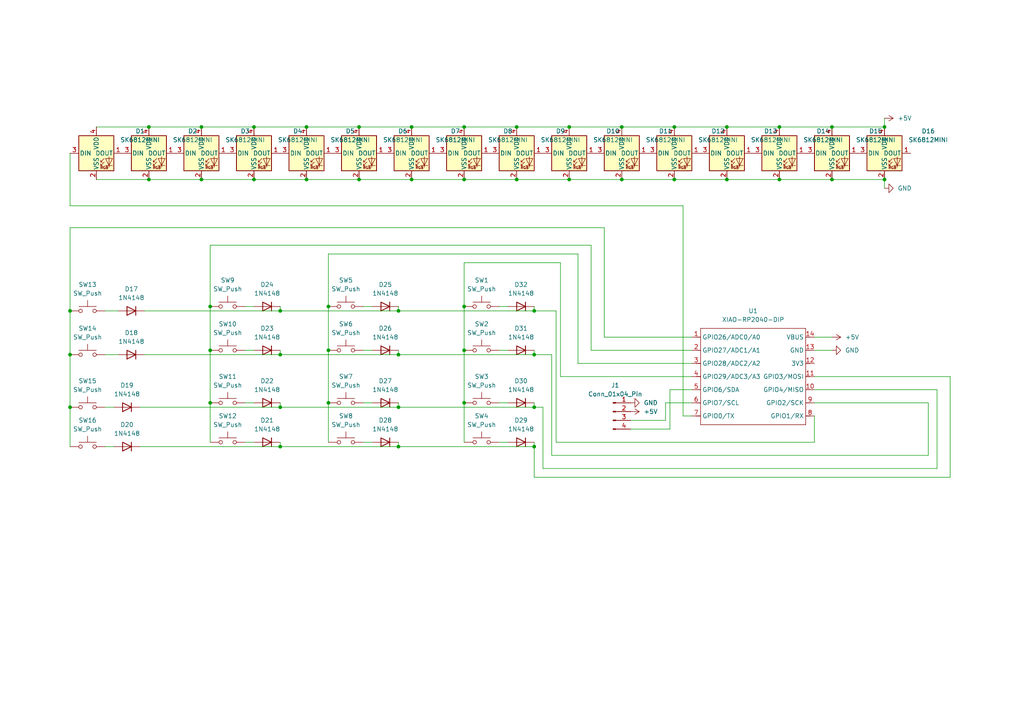
<source format=kicad_sch>
(kicad_sch
	(version 20250114)
	(generator "eeschema")
	(generator_version "9.0")
	(uuid "425a32eb-01cc-4b3f-838c-283cae2dd911")
	(paper "A4")
	(lib_symbols
		(symbol "Connector:Conn_01x04_Pin"
			(pin_names
				(offset 1.016)
				(hide yes)
			)
			(exclude_from_sim no)
			(in_bom yes)
			(on_board yes)
			(property "Reference" "J"
				(at 0 5.08 0)
				(effects
					(font
						(size 1.27 1.27)
					)
				)
			)
			(property "Value" "Conn_01x04_Pin"
				(at 0 -7.62 0)
				(effects
					(font
						(size 1.27 1.27)
					)
				)
			)
			(property "Footprint" ""
				(at 0 0 0)
				(effects
					(font
						(size 1.27 1.27)
					)
					(hide yes)
				)
			)
			(property "Datasheet" "~"
				(at 0 0 0)
				(effects
					(font
						(size 1.27 1.27)
					)
					(hide yes)
				)
			)
			(property "Description" "Generic connector, single row, 01x04, script generated"
				(at 0 0 0)
				(effects
					(font
						(size 1.27 1.27)
					)
					(hide yes)
				)
			)
			(property "ki_locked" ""
				(at 0 0 0)
				(effects
					(font
						(size 1.27 1.27)
					)
				)
			)
			(property "ki_keywords" "connector"
				(at 0 0 0)
				(effects
					(font
						(size 1.27 1.27)
					)
					(hide yes)
				)
			)
			(property "ki_fp_filters" "Connector*:*_1x??_*"
				(at 0 0 0)
				(effects
					(font
						(size 1.27 1.27)
					)
					(hide yes)
				)
			)
			(symbol "Conn_01x04_Pin_1_1"
				(rectangle
					(start 0.8636 2.667)
					(end 0 2.413)
					(stroke
						(width 0.1524)
						(type default)
					)
					(fill
						(type outline)
					)
				)
				(rectangle
					(start 0.8636 0.127)
					(end 0 -0.127)
					(stroke
						(width 0.1524)
						(type default)
					)
					(fill
						(type outline)
					)
				)
				(rectangle
					(start 0.8636 -2.413)
					(end 0 -2.667)
					(stroke
						(width 0.1524)
						(type default)
					)
					(fill
						(type outline)
					)
				)
				(rectangle
					(start 0.8636 -4.953)
					(end 0 -5.207)
					(stroke
						(width 0.1524)
						(type default)
					)
					(fill
						(type outline)
					)
				)
				(polyline
					(pts
						(xy 1.27 2.54) (xy 0.8636 2.54)
					)
					(stroke
						(width 0.1524)
						(type default)
					)
					(fill
						(type none)
					)
				)
				(polyline
					(pts
						(xy 1.27 0) (xy 0.8636 0)
					)
					(stroke
						(width 0.1524)
						(type default)
					)
					(fill
						(type none)
					)
				)
				(polyline
					(pts
						(xy 1.27 -2.54) (xy 0.8636 -2.54)
					)
					(stroke
						(width 0.1524)
						(type default)
					)
					(fill
						(type none)
					)
				)
				(polyline
					(pts
						(xy 1.27 -5.08) (xy 0.8636 -5.08)
					)
					(stroke
						(width 0.1524)
						(type default)
					)
					(fill
						(type none)
					)
				)
				(pin passive line
					(at 5.08 2.54 180)
					(length 3.81)
					(name "Pin_1"
						(effects
							(font
								(size 1.27 1.27)
							)
						)
					)
					(number "1"
						(effects
							(font
								(size 1.27 1.27)
							)
						)
					)
				)
				(pin passive line
					(at 5.08 0 180)
					(length 3.81)
					(name "Pin_2"
						(effects
							(font
								(size 1.27 1.27)
							)
						)
					)
					(number "2"
						(effects
							(font
								(size 1.27 1.27)
							)
						)
					)
				)
				(pin passive line
					(at 5.08 -2.54 180)
					(length 3.81)
					(name "Pin_3"
						(effects
							(font
								(size 1.27 1.27)
							)
						)
					)
					(number "3"
						(effects
							(font
								(size 1.27 1.27)
							)
						)
					)
				)
				(pin passive line
					(at 5.08 -5.08 180)
					(length 3.81)
					(name "Pin_4"
						(effects
							(font
								(size 1.27 1.27)
							)
						)
					)
					(number "4"
						(effects
							(font
								(size 1.27 1.27)
							)
						)
					)
				)
			)
			(embedded_fonts no)
		)
		(symbol "Diode:1N4148"
			(pin_numbers
				(hide yes)
			)
			(pin_names
				(hide yes)
			)
			(exclude_from_sim no)
			(in_bom yes)
			(on_board yes)
			(property "Reference" "D"
				(at 0 2.54 0)
				(effects
					(font
						(size 1.27 1.27)
					)
				)
			)
			(property "Value" "1N4148"
				(at 0 -2.54 0)
				(effects
					(font
						(size 1.27 1.27)
					)
				)
			)
			(property "Footprint" "Diode_THT:D_DO-35_SOD27_P7.62mm_Horizontal"
				(at 0 0 0)
				(effects
					(font
						(size 1.27 1.27)
					)
					(hide yes)
				)
			)
			(property "Datasheet" "https://assets.nexperia.com/documents/data-sheet/1N4148_1N4448.pdf"
				(at 0 0 0)
				(effects
					(font
						(size 1.27 1.27)
					)
					(hide yes)
				)
			)
			(property "Description" "100V 0.15A standard switching diode, DO-35"
				(at 0 0 0)
				(effects
					(font
						(size 1.27 1.27)
					)
					(hide yes)
				)
			)
			(property "Sim.Device" "D"
				(at 0 0 0)
				(effects
					(font
						(size 1.27 1.27)
					)
					(hide yes)
				)
			)
			(property "Sim.Pins" "1=K 2=A"
				(at 0 0 0)
				(effects
					(font
						(size 1.27 1.27)
					)
					(hide yes)
				)
			)
			(property "ki_keywords" "diode"
				(at 0 0 0)
				(effects
					(font
						(size 1.27 1.27)
					)
					(hide yes)
				)
			)
			(property "ki_fp_filters" "D*DO?35*"
				(at 0 0 0)
				(effects
					(font
						(size 1.27 1.27)
					)
					(hide yes)
				)
			)
			(symbol "1N4148_0_1"
				(polyline
					(pts
						(xy -1.27 1.27) (xy -1.27 -1.27)
					)
					(stroke
						(width 0.254)
						(type default)
					)
					(fill
						(type none)
					)
				)
				(polyline
					(pts
						(xy 1.27 1.27) (xy 1.27 -1.27) (xy -1.27 0) (xy 1.27 1.27)
					)
					(stroke
						(width 0.254)
						(type default)
					)
					(fill
						(type none)
					)
				)
				(polyline
					(pts
						(xy 1.27 0) (xy -1.27 0)
					)
					(stroke
						(width 0)
						(type default)
					)
					(fill
						(type none)
					)
				)
			)
			(symbol "1N4148_1_1"
				(pin passive line
					(at -3.81 0 0)
					(length 2.54)
					(name "K"
						(effects
							(font
								(size 1.27 1.27)
							)
						)
					)
					(number "1"
						(effects
							(font
								(size 1.27 1.27)
							)
						)
					)
				)
				(pin passive line
					(at 3.81 0 180)
					(length 2.54)
					(name "A"
						(effects
							(font
								(size 1.27 1.27)
							)
						)
					)
					(number "2"
						(effects
							(font
								(size 1.27 1.27)
							)
						)
					)
				)
			)
			(embedded_fonts no)
		)
		(symbol "LED:SK6812MINI"
			(pin_names
				(offset 0.254)
			)
			(exclude_from_sim no)
			(in_bom yes)
			(on_board yes)
			(property "Reference" "D"
				(at 5.08 5.715 0)
				(effects
					(font
						(size 1.27 1.27)
					)
					(justify right bottom)
				)
			)
			(property "Value" "SK6812MINI"
				(at 1.27 -5.715 0)
				(effects
					(font
						(size 1.27 1.27)
					)
					(justify left top)
				)
			)
			(property "Footprint" "LED_SMD:LED_SK6812MINI_PLCC4_3.5x3.5mm_P1.75mm"
				(at 1.27 -7.62 0)
				(effects
					(font
						(size 1.27 1.27)
					)
					(justify left top)
					(hide yes)
				)
			)
			(property "Datasheet" "https://cdn-shop.adafruit.com/product-files/2686/SK6812MINI_REV.01-1-2.pdf"
				(at 2.54 -9.525 0)
				(effects
					(font
						(size 1.27 1.27)
					)
					(justify left top)
					(hide yes)
				)
			)
			(property "Description" "RGB LED with integrated controller"
				(at 0 0 0)
				(effects
					(font
						(size 1.27 1.27)
					)
					(hide yes)
				)
			)
			(property "ki_keywords" "RGB LED NeoPixel Mini addressable"
				(at 0 0 0)
				(effects
					(font
						(size 1.27 1.27)
					)
					(hide yes)
				)
			)
			(property "ki_fp_filters" "LED*SK6812MINI*PLCC*3.5x3.5mm*P1.75mm*"
				(at 0 0 0)
				(effects
					(font
						(size 1.27 1.27)
					)
					(hide yes)
				)
			)
			(symbol "SK6812MINI_0_0"
				(text "RGB"
					(at 2.286 -4.191 0)
					(effects
						(font
							(size 0.762 0.762)
						)
					)
				)
			)
			(symbol "SK6812MINI_0_1"
				(polyline
					(pts
						(xy 1.27 -2.54) (xy 1.778 -2.54)
					)
					(stroke
						(width 0)
						(type default)
					)
					(fill
						(type none)
					)
				)
				(polyline
					(pts
						(xy 1.27 -3.556) (xy 1.778 -3.556)
					)
					(stroke
						(width 0)
						(type default)
					)
					(fill
						(type none)
					)
				)
				(polyline
					(pts
						(xy 2.286 -1.524) (xy 1.27 -2.54) (xy 1.27 -2.032)
					)
					(stroke
						(width 0)
						(type default)
					)
					(fill
						(type none)
					)
				)
				(polyline
					(pts
						(xy 2.286 -2.54) (xy 1.27 -3.556) (xy 1.27 -3.048)
					)
					(stroke
						(width 0)
						(type default)
					)
					(fill
						(type none)
					)
				)
				(polyline
					(pts
						(xy 3.683 -1.016) (xy 3.683 -3.556) (xy 3.683 -4.064)
					)
					(stroke
						(width 0)
						(type default)
					)
					(fill
						(type none)
					)
				)
				(polyline
					(pts
						(xy 4.699 -1.524) (xy 2.667 -1.524) (xy 3.683 -3.556) (xy 4.699 -1.524)
					)
					(stroke
						(width 0)
						(type default)
					)
					(fill
						(type none)
					)
				)
				(polyline
					(pts
						(xy 4.699 -3.556) (xy 2.667 -3.556)
					)
					(stroke
						(width 0)
						(type default)
					)
					(fill
						(type none)
					)
				)
				(rectangle
					(start 5.08 5.08)
					(end -5.08 -5.08)
					(stroke
						(width 0.254)
						(type default)
					)
					(fill
						(type background)
					)
				)
			)
			(symbol "SK6812MINI_1_1"
				(pin input line
					(at -7.62 0 0)
					(length 2.54)
					(name "DIN"
						(effects
							(font
								(size 1.27 1.27)
							)
						)
					)
					(number "3"
						(effects
							(font
								(size 1.27 1.27)
							)
						)
					)
				)
				(pin power_in line
					(at 0 7.62 270)
					(length 2.54)
					(name "VDD"
						(effects
							(font
								(size 1.27 1.27)
							)
						)
					)
					(number "4"
						(effects
							(font
								(size 1.27 1.27)
							)
						)
					)
				)
				(pin power_in line
					(at 0 -7.62 90)
					(length 2.54)
					(name "VSS"
						(effects
							(font
								(size 1.27 1.27)
							)
						)
					)
					(number "2"
						(effects
							(font
								(size 1.27 1.27)
							)
						)
					)
				)
				(pin output line
					(at 7.62 0 180)
					(length 2.54)
					(name "DOUT"
						(effects
							(font
								(size 1.27 1.27)
							)
						)
					)
					(number "1"
						(effects
							(font
								(size 1.27 1.27)
							)
						)
					)
				)
			)
			(embedded_fonts no)
		)
		(symbol "OPL:XIAO-RP2040-DIP"
			(exclude_from_sim no)
			(in_bom yes)
			(on_board yes)
			(property "Reference" "U"
				(at 0 0 0)
				(effects
					(font
						(size 1.27 1.27)
					)
				)
			)
			(property "Value" "XIAO-RP2040-DIP"
				(at 5.334 -1.778 0)
				(effects
					(font
						(size 1.27 1.27)
					)
				)
			)
			(property "Footprint" "Module:MOUDLE14P-XIAO-DIP-SMD"
				(at 14.478 -32.258 0)
				(effects
					(font
						(size 1.27 1.27)
					)
					(hide yes)
				)
			)
			(property "Datasheet" ""
				(at 0 0 0)
				(effects
					(font
						(size 1.27 1.27)
					)
					(hide yes)
				)
			)
			(property "Description" ""
				(at 0 0 0)
				(effects
					(font
						(size 1.27 1.27)
					)
					(hide yes)
				)
			)
			(symbol "XIAO-RP2040-DIP_1_0"
				(polyline
					(pts
						(xy -1.27 -2.54) (xy 29.21 -2.54)
					)
					(stroke
						(width 0.1524)
						(type solid)
					)
					(fill
						(type none)
					)
				)
				(polyline
					(pts
						(xy -1.27 -5.08) (xy -2.54 -5.08)
					)
					(stroke
						(width 0.1524)
						(type solid)
					)
					(fill
						(type none)
					)
				)
				(polyline
					(pts
						(xy -1.27 -5.08) (xy -1.27 -2.54)
					)
					(stroke
						(width 0.1524)
						(type solid)
					)
					(fill
						(type none)
					)
				)
				(polyline
					(pts
						(xy -1.27 -8.89) (xy -2.54 -8.89)
					)
					(stroke
						(width 0.1524)
						(type solid)
					)
					(fill
						(type none)
					)
				)
				(polyline
					(pts
						(xy -1.27 -8.89) (xy -1.27 -5.08)
					)
					(stroke
						(width 0.1524)
						(type solid)
					)
					(fill
						(type none)
					)
				)
				(polyline
					(pts
						(xy -1.27 -12.7) (xy -2.54 -12.7)
					)
					(stroke
						(width 0.1524)
						(type solid)
					)
					(fill
						(type none)
					)
				)
				(polyline
					(pts
						(xy -1.27 -12.7) (xy -1.27 -8.89)
					)
					(stroke
						(width 0.1524)
						(type solid)
					)
					(fill
						(type none)
					)
				)
				(polyline
					(pts
						(xy -1.27 -16.51) (xy -2.54 -16.51)
					)
					(stroke
						(width 0.1524)
						(type solid)
					)
					(fill
						(type none)
					)
				)
				(polyline
					(pts
						(xy -1.27 -16.51) (xy -1.27 -12.7)
					)
					(stroke
						(width 0.1524)
						(type solid)
					)
					(fill
						(type none)
					)
				)
				(polyline
					(pts
						(xy -1.27 -20.32) (xy -2.54 -20.32)
					)
					(stroke
						(width 0.1524)
						(type solid)
					)
					(fill
						(type none)
					)
				)
				(polyline
					(pts
						(xy -1.27 -24.13) (xy -2.54 -24.13)
					)
					(stroke
						(width 0.1524)
						(type solid)
					)
					(fill
						(type none)
					)
				)
				(polyline
					(pts
						(xy -1.27 -27.94) (xy -2.54 -27.94)
					)
					(stroke
						(width 0.1524)
						(type solid)
					)
					(fill
						(type none)
					)
				)
				(polyline
					(pts
						(xy -1.27 -30.48) (xy -1.27 -16.51)
					)
					(stroke
						(width 0.1524)
						(type solid)
					)
					(fill
						(type none)
					)
				)
				(polyline
					(pts
						(xy 29.21 -2.54) (xy 29.21 -5.08)
					)
					(stroke
						(width 0.1524)
						(type solid)
					)
					(fill
						(type none)
					)
				)
				(polyline
					(pts
						(xy 29.21 -5.08) (xy 29.21 -8.89)
					)
					(stroke
						(width 0.1524)
						(type solid)
					)
					(fill
						(type none)
					)
				)
				(polyline
					(pts
						(xy 29.21 -8.89) (xy 29.21 -12.7)
					)
					(stroke
						(width 0.1524)
						(type solid)
					)
					(fill
						(type none)
					)
				)
				(polyline
					(pts
						(xy 29.21 -12.7) (xy 29.21 -30.48)
					)
					(stroke
						(width 0.1524)
						(type solid)
					)
					(fill
						(type none)
					)
				)
				(polyline
					(pts
						(xy 29.21 -30.48) (xy -1.27 -30.48)
					)
					(stroke
						(width 0.1524)
						(type solid)
					)
					(fill
						(type none)
					)
				)
				(polyline
					(pts
						(xy 30.48 -5.08) (xy 29.21 -5.08)
					)
					(stroke
						(width 0.1524)
						(type solid)
					)
					(fill
						(type none)
					)
				)
				(polyline
					(pts
						(xy 30.48 -8.89) (xy 29.21 -8.89)
					)
					(stroke
						(width 0.1524)
						(type solid)
					)
					(fill
						(type none)
					)
				)
				(polyline
					(pts
						(xy 30.48 -12.7) (xy 29.21 -12.7)
					)
					(stroke
						(width 0.1524)
						(type solid)
					)
					(fill
						(type none)
					)
				)
				(polyline
					(pts
						(xy 30.48 -16.51) (xy 29.21 -16.51)
					)
					(stroke
						(width 0.1524)
						(type solid)
					)
					(fill
						(type none)
					)
				)
				(polyline
					(pts
						(xy 30.48 -20.32) (xy 29.21 -20.32)
					)
					(stroke
						(width 0.1524)
						(type solid)
					)
					(fill
						(type none)
					)
				)
				(polyline
					(pts
						(xy 30.48 -24.13) (xy 29.21 -24.13)
					)
					(stroke
						(width 0.1524)
						(type solid)
					)
					(fill
						(type none)
					)
				)
				(polyline
					(pts
						(xy 30.48 -27.94) (xy 29.21 -27.94)
					)
					(stroke
						(width 0.1524)
						(type solid)
					)
					(fill
						(type none)
					)
				)
				(pin passive line
					(at -3.81 -5.08 0)
					(length 2.54)
					(name "GPIO26/ADC0/A0"
						(effects
							(font
								(size 1.27 1.27)
							)
						)
					)
					(number "1"
						(effects
							(font
								(size 1.27 1.27)
							)
						)
					)
				)
				(pin passive line
					(at -3.81 -8.89 0)
					(length 2.54)
					(name "GPIO27/ADC1/A1"
						(effects
							(font
								(size 1.27 1.27)
							)
						)
					)
					(number "2"
						(effects
							(font
								(size 1.27 1.27)
							)
						)
					)
				)
				(pin passive line
					(at -3.81 -12.7 0)
					(length 2.54)
					(name "GPIO28/ADC2/A2"
						(effects
							(font
								(size 1.27 1.27)
							)
						)
					)
					(number "3"
						(effects
							(font
								(size 1.27 1.27)
							)
						)
					)
				)
				(pin passive line
					(at -3.81 -16.51 0)
					(length 2.54)
					(name "GPIO29/ADC3/A3"
						(effects
							(font
								(size 1.27 1.27)
							)
						)
					)
					(number "4"
						(effects
							(font
								(size 1.27 1.27)
							)
						)
					)
				)
				(pin passive line
					(at -3.81 -20.32 0)
					(length 2.54)
					(name "GPIO6/SDA"
						(effects
							(font
								(size 1.27 1.27)
							)
						)
					)
					(number "5"
						(effects
							(font
								(size 1.27 1.27)
							)
						)
					)
				)
				(pin passive line
					(at -3.81 -24.13 0)
					(length 2.54)
					(name "GPIO7/SCL"
						(effects
							(font
								(size 1.27 1.27)
							)
						)
					)
					(number "6"
						(effects
							(font
								(size 1.27 1.27)
							)
						)
					)
				)
				(pin passive line
					(at -3.81 -27.94 0)
					(length 2.54)
					(name "GPIO0/TX"
						(effects
							(font
								(size 1.27 1.27)
							)
						)
					)
					(number "7"
						(effects
							(font
								(size 1.27 1.27)
							)
						)
					)
				)
				(pin passive line
					(at 31.75 -5.08 180)
					(length 2.54)
					(name "VBUS"
						(effects
							(font
								(size 1.27 1.27)
							)
						)
					)
					(number "14"
						(effects
							(font
								(size 1.27 1.27)
							)
						)
					)
				)
				(pin passive line
					(at 31.75 -8.89 180)
					(length 2.54)
					(name "GND"
						(effects
							(font
								(size 1.27 1.27)
							)
						)
					)
					(number "13"
						(effects
							(font
								(size 1.27 1.27)
							)
						)
					)
				)
				(pin passive line
					(at 31.75 -12.7 180)
					(length 2.54)
					(name "3V3"
						(effects
							(font
								(size 1.27 1.27)
							)
						)
					)
					(number "12"
						(effects
							(font
								(size 1.27 1.27)
							)
						)
					)
				)
				(pin passive line
					(at 31.75 -16.51 180)
					(length 2.54)
					(name "GPIO3/MOSI"
						(effects
							(font
								(size 1.27 1.27)
							)
						)
					)
					(number "11"
						(effects
							(font
								(size 1.27 1.27)
							)
						)
					)
				)
				(pin passive line
					(at 31.75 -20.32 180)
					(length 2.54)
					(name "GPIO4/MISO"
						(effects
							(font
								(size 1.27 1.27)
							)
						)
					)
					(number "10"
						(effects
							(font
								(size 1.27 1.27)
							)
						)
					)
				)
				(pin passive line
					(at 31.75 -24.13 180)
					(length 2.54)
					(name "GPIO2/SCK"
						(effects
							(font
								(size 1.27 1.27)
							)
						)
					)
					(number "9"
						(effects
							(font
								(size 1.27 1.27)
							)
						)
					)
				)
				(pin passive line
					(at 31.75 -27.94 180)
					(length 2.54)
					(name "GPIO1/RX"
						(effects
							(font
								(size 1.27 1.27)
							)
						)
					)
					(number "8"
						(effects
							(font
								(size 1.27 1.27)
							)
						)
					)
				)
			)
			(embedded_fonts no)
		)
		(symbol "Switch:SW_Push"
			(pin_numbers
				(hide yes)
			)
			(pin_names
				(offset 1.016)
				(hide yes)
			)
			(exclude_from_sim no)
			(in_bom yes)
			(on_board yes)
			(property "Reference" "SW"
				(at 1.27 2.54 0)
				(effects
					(font
						(size 1.27 1.27)
					)
					(justify left)
				)
			)
			(property "Value" "SW_Push"
				(at 0 -1.524 0)
				(effects
					(font
						(size 1.27 1.27)
					)
				)
			)
			(property "Footprint" ""
				(at 0 5.08 0)
				(effects
					(font
						(size 1.27 1.27)
					)
					(hide yes)
				)
			)
			(property "Datasheet" "~"
				(at 0 5.08 0)
				(effects
					(font
						(size 1.27 1.27)
					)
					(hide yes)
				)
			)
			(property "Description" "Push button switch, generic, two pins"
				(at 0 0 0)
				(effects
					(font
						(size 1.27 1.27)
					)
					(hide yes)
				)
			)
			(property "ki_keywords" "switch normally-open pushbutton push-button"
				(at 0 0 0)
				(effects
					(font
						(size 1.27 1.27)
					)
					(hide yes)
				)
			)
			(symbol "SW_Push_0_1"
				(circle
					(center -2.032 0)
					(radius 0.508)
					(stroke
						(width 0)
						(type default)
					)
					(fill
						(type none)
					)
				)
				(polyline
					(pts
						(xy 0 1.27) (xy 0 3.048)
					)
					(stroke
						(width 0)
						(type default)
					)
					(fill
						(type none)
					)
				)
				(circle
					(center 2.032 0)
					(radius 0.508)
					(stroke
						(width 0)
						(type default)
					)
					(fill
						(type none)
					)
				)
				(polyline
					(pts
						(xy 2.54 1.27) (xy -2.54 1.27)
					)
					(stroke
						(width 0)
						(type default)
					)
					(fill
						(type none)
					)
				)
				(pin passive line
					(at -5.08 0 0)
					(length 2.54)
					(name "1"
						(effects
							(font
								(size 1.27 1.27)
							)
						)
					)
					(number "1"
						(effects
							(font
								(size 1.27 1.27)
							)
						)
					)
				)
				(pin passive line
					(at 5.08 0 180)
					(length 2.54)
					(name "2"
						(effects
							(font
								(size 1.27 1.27)
							)
						)
					)
					(number "2"
						(effects
							(font
								(size 1.27 1.27)
							)
						)
					)
				)
			)
			(embedded_fonts no)
		)
		(symbol "power:+5V"
			(power)
			(pin_numbers
				(hide yes)
			)
			(pin_names
				(offset 0)
				(hide yes)
			)
			(exclude_from_sim no)
			(in_bom yes)
			(on_board yes)
			(property "Reference" "#PWR"
				(at 0 -3.81 0)
				(effects
					(font
						(size 1.27 1.27)
					)
					(hide yes)
				)
			)
			(property "Value" "+5V"
				(at 0 3.556 0)
				(effects
					(font
						(size 1.27 1.27)
					)
				)
			)
			(property "Footprint" ""
				(at 0 0 0)
				(effects
					(font
						(size 1.27 1.27)
					)
					(hide yes)
				)
			)
			(property "Datasheet" ""
				(at 0 0 0)
				(effects
					(font
						(size 1.27 1.27)
					)
					(hide yes)
				)
			)
			(property "Description" "Power symbol creates a global label with name \"+5V\""
				(at 0 0 0)
				(effects
					(font
						(size 1.27 1.27)
					)
					(hide yes)
				)
			)
			(property "ki_keywords" "global power"
				(at 0 0 0)
				(effects
					(font
						(size 1.27 1.27)
					)
					(hide yes)
				)
			)
			(symbol "+5V_0_1"
				(polyline
					(pts
						(xy -0.762 1.27) (xy 0 2.54)
					)
					(stroke
						(width 0)
						(type default)
					)
					(fill
						(type none)
					)
				)
				(polyline
					(pts
						(xy 0 2.54) (xy 0.762 1.27)
					)
					(stroke
						(width 0)
						(type default)
					)
					(fill
						(type none)
					)
				)
				(polyline
					(pts
						(xy 0 0) (xy 0 2.54)
					)
					(stroke
						(width 0)
						(type default)
					)
					(fill
						(type none)
					)
				)
			)
			(symbol "+5V_1_1"
				(pin power_in line
					(at 0 0 90)
					(length 0)
					(name "~"
						(effects
							(font
								(size 1.27 1.27)
							)
						)
					)
					(number "1"
						(effects
							(font
								(size 1.27 1.27)
							)
						)
					)
				)
			)
			(embedded_fonts no)
		)
		(symbol "power:GND"
			(power)
			(pin_numbers
				(hide yes)
			)
			(pin_names
				(offset 0)
				(hide yes)
			)
			(exclude_from_sim no)
			(in_bom yes)
			(on_board yes)
			(property "Reference" "#PWR"
				(at 0 -6.35 0)
				(effects
					(font
						(size 1.27 1.27)
					)
					(hide yes)
				)
			)
			(property "Value" "GND"
				(at 0 -3.81 0)
				(effects
					(font
						(size 1.27 1.27)
					)
				)
			)
			(property "Footprint" ""
				(at 0 0 0)
				(effects
					(font
						(size 1.27 1.27)
					)
					(hide yes)
				)
			)
			(property "Datasheet" ""
				(at 0 0 0)
				(effects
					(font
						(size 1.27 1.27)
					)
					(hide yes)
				)
			)
			(property "Description" "Power symbol creates a global label with name \"GND\" , ground"
				(at 0 0 0)
				(effects
					(font
						(size 1.27 1.27)
					)
					(hide yes)
				)
			)
			(property "ki_keywords" "global power"
				(at 0 0 0)
				(effects
					(font
						(size 1.27 1.27)
					)
					(hide yes)
				)
			)
			(symbol "GND_0_1"
				(polyline
					(pts
						(xy 0 0) (xy 0 -1.27) (xy 1.27 -1.27) (xy 0 -2.54) (xy -1.27 -1.27) (xy 0 -1.27)
					)
					(stroke
						(width 0)
						(type default)
					)
					(fill
						(type none)
					)
				)
			)
			(symbol "GND_1_1"
				(pin power_in line
					(at 0 0 270)
					(length 0)
					(name "~"
						(effects
							(font
								(size 1.27 1.27)
							)
						)
					)
					(number "1"
						(effects
							(font
								(size 1.27 1.27)
							)
						)
					)
				)
			)
			(embedded_fonts no)
		)
	)
	(junction
		(at 165.1 36.83)
		(diameter 0)
		(color 0 0 0 0)
		(uuid "048df424-cb0a-4f5e-9e6f-965823a38ad3")
	)
	(junction
		(at 119.38 52.07)
		(diameter 0)
		(color 0 0 0 0)
		(uuid "068fd3c8-e533-4037-a347-508cf88116b0")
	)
	(junction
		(at 149.86 36.83)
		(diameter 0)
		(color 0 0 0 0)
		(uuid "0734ac84-93bb-485d-b502-94f1a88c86e0")
	)
	(junction
		(at 210.82 52.07)
		(diameter 0)
		(color 0 0 0 0)
		(uuid "076df745-af55-4dc6-83f7-a3b826362a47")
	)
	(junction
		(at 154.94 102.87)
		(diameter 0)
		(color 0 0 0 0)
		(uuid "0836d2c6-acff-4938-91fe-1e3c8ca568c4")
	)
	(junction
		(at 73.66 52.07)
		(diameter 0)
		(color 0 0 0 0)
		(uuid "0c777d87-e232-4e3f-9d10-2fb9a8d55b66")
	)
	(junction
		(at 154.94 129.54)
		(diameter 0)
		(color 0 0 0 0)
		(uuid "0faf06ed-ac75-415b-9a7b-f89a5ec1f4c2")
	)
	(junction
		(at 256.54 36.83)
		(diameter 0)
		(color 0 0 0 0)
		(uuid "1622fe57-12c8-4300-96d4-669caa296a7f")
	)
	(junction
		(at 43.18 36.83)
		(diameter 0)
		(color 0 0 0 0)
		(uuid "1ba3d03a-7458-4f36-bc97-adac02b84498")
	)
	(junction
		(at 88.9 36.83)
		(diameter 0)
		(color 0 0 0 0)
		(uuid "1bdb7bbb-b1f1-4359-b8f6-4ff48e93adef")
	)
	(junction
		(at 210.82 36.83)
		(diameter 0)
		(color 0 0 0 0)
		(uuid "25cb2106-77b9-42fa-acd5-2cd37e870933")
	)
	(junction
		(at 226.06 36.83)
		(diameter 0)
		(color 0 0 0 0)
		(uuid "292afeff-cadf-4d3d-ac2c-a2d59e36e9e4")
	)
	(junction
		(at 43.18 52.07)
		(diameter 0)
		(color 0 0 0 0)
		(uuid "31ebd36a-eb68-42d5-b3b4-d88a9b82dc1b")
	)
	(junction
		(at 134.62 36.83)
		(diameter 0)
		(color 0 0 0 0)
		(uuid "3e6a012f-675f-4058-b228-7aee6ab22418")
	)
	(junction
		(at 104.14 36.83)
		(diameter 0)
		(color 0 0 0 0)
		(uuid "40a6ddff-9fa0-4de6-bced-5c13c6da148c")
	)
	(junction
		(at 81.28 102.87)
		(diameter 0)
		(color 0 0 0 0)
		(uuid "4e1700a8-60c0-476b-a663-251a5465c6e1")
	)
	(junction
		(at 180.34 52.07)
		(diameter 0)
		(color 0 0 0 0)
		(uuid "4eca1584-7a4c-494a-b2dc-8a6d0d1c9b7c")
	)
	(junction
		(at 81.28 129.54)
		(diameter 0)
		(color 0 0 0 0)
		(uuid "58d4c02b-e142-4004-bc1b-cdd9d6a74350")
	)
	(junction
		(at 104.14 52.07)
		(diameter 0)
		(color 0 0 0 0)
		(uuid "5f4a9432-824a-4da3-88aa-c7e80e5343e3")
	)
	(junction
		(at 226.06 52.07)
		(diameter 0)
		(color 0 0 0 0)
		(uuid "5ff60aa1-f2aa-4a59-bf0b-f103016b5a80")
	)
	(junction
		(at 195.58 52.07)
		(diameter 0)
		(color 0 0 0 0)
		(uuid "62991b2e-ef89-4782-8611-e936305cb557")
	)
	(junction
		(at 115.57 129.54)
		(diameter 0)
		(color 0 0 0 0)
		(uuid "6596f81f-5411-4c29-8e84-aa2c81e74e49")
	)
	(junction
		(at 60.96 101.6)
		(diameter 0)
		(color 0 0 0 0)
		(uuid "66554306-39db-46a3-8de7-ccc29a1e72e4")
	)
	(junction
		(at 58.42 52.07)
		(diameter 0)
		(color 0 0 0 0)
		(uuid "6c51425e-2b71-492b-ba75-0ce6198c0722")
	)
	(junction
		(at 60.96 116.84)
		(diameter 0)
		(color 0 0 0 0)
		(uuid "6ec26c47-4c77-450a-b36d-6570ae3acdbd")
	)
	(junction
		(at 256.54 52.07)
		(diameter 0)
		(color 0 0 0 0)
		(uuid "73c93054-49e8-4b3b-a230-90fd60fda3e5")
	)
	(junction
		(at 60.96 88.9)
		(diameter 0)
		(color 0 0 0 0)
		(uuid "74d9747e-5b3e-4424-b481-3d092c82ed9c")
	)
	(junction
		(at 88.9 52.07)
		(diameter 0)
		(color 0 0 0 0)
		(uuid "91c02e2b-919f-459e-a62a-d66dfa1bd621")
	)
	(junction
		(at 81.28 90.17)
		(diameter 0)
		(color 0 0 0 0)
		(uuid "9202078a-a5dd-4e26-b3a4-efd839b70b9f")
	)
	(junction
		(at 81.28 118.11)
		(diameter 0)
		(color 0 0 0 0)
		(uuid "95885f2b-ca93-4203-8bbb-f05fa8ee50e3")
	)
	(junction
		(at 134.62 116.84)
		(diameter 0)
		(color 0 0 0 0)
		(uuid "95d9e903-f296-4d8f-b4d0-bae4741c3bf5")
	)
	(junction
		(at 20.32 90.17)
		(diameter 0)
		(color 0 0 0 0)
		(uuid "964ee673-4c75-4871-801a-3e7ea72b86ad")
	)
	(junction
		(at 20.32 102.87)
		(diameter 0)
		(color 0 0 0 0)
		(uuid "98ba4908-fe5c-4e21-8390-59c4e9bc67c0")
	)
	(junction
		(at 165.1 52.07)
		(diameter 0)
		(color 0 0 0 0)
		(uuid "98fda92f-b8d6-4d3d-bde5-fe30e2c87818")
	)
	(junction
		(at 149.86 52.07)
		(diameter 0)
		(color 0 0 0 0)
		(uuid "9b8d5ff7-a2a6-4d9e-ad09-7b5b336da71a")
	)
	(junction
		(at 115.57 102.87)
		(diameter 0)
		(color 0 0 0 0)
		(uuid "9e00a2bf-ed60-47d4-9739-ec5ac9089fb3")
	)
	(junction
		(at 134.62 88.9)
		(diameter 0)
		(color 0 0 0 0)
		(uuid "9ef07ec4-8ae0-4b45-b4e9-dc4df86be355")
	)
	(junction
		(at 115.57 90.17)
		(diameter 0)
		(color 0 0 0 0)
		(uuid "9fb7bb50-faac-405e-976a-012750221c1b")
	)
	(junction
		(at 241.3 36.83)
		(diameter 0)
		(color 0 0 0 0)
		(uuid "a949d05b-a318-4e1d-8989-34825aac4e45")
	)
	(junction
		(at 154.94 90.17)
		(diameter 0)
		(color 0 0 0 0)
		(uuid "aa951c2b-10a1-45ab-84bd-cbc4505ac5cd")
	)
	(junction
		(at 241.3 52.07)
		(diameter 0)
		(color 0 0 0 0)
		(uuid "aff35598-ef59-4207-97a4-886216c7f694")
	)
	(junction
		(at 58.42 36.83)
		(diameter 0)
		(color 0 0 0 0)
		(uuid "b03de980-3803-4feb-ac96-220622a9233f")
	)
	(junction
		(at 119.38 36.83)
		(diameter 0)
		(color 0 0 0 0)
		(uuid "b6101d0c-604d-4dd2-a88f-03416b9cdc7f")
	)
	(junction
		(at 115.57 118.11)
		(diameter 0)
		(color 0 0 0 0)
		(uuid "b93ca539-8e3f-409f-bdcd-d12c08f9012e")
	)
	(junction
		(at 180.34 36.83)
		(diameter 0)
		(color 0 0 0 0)
		(uuid "c0ef1b54-e47a-4ff5-8d6d-0214d2d8dc04")
	)
	(junction
		(at 95.25 101.6)
		(diameter 0)
		(color 0 0 0 0)
		(uuid "c4208329-c724-44a1-93d4-776434639807")
	)
	(junction
		(at 134.62 52.07)
		(diameter 0)
		(color 0 0 0 0)
		(uuid "c5f2ee05-476b-4e7f-884d-8268164ccb70")
	)
	(junction
		(at 95.25 116.84)
		(diameter 0)
		(color 0 0 0 0)
		(uuid "c6a2ed6b-9874-4e90-9467-8ebc88a28da0")
	)
	(junction
		(at 195.58 36.83)
		(diameter 0)
		(color 0 0 0 0)
		(uuid "c77c20cb-1d54-4fd1-8993-bc7615035c0b")
	)
	(junction
		(at 20.32 118.11)
		(diameter 0)
		(color 0 0 0 0)
		(uuid "cfdd241e-1861-4c02-898e-ff889d580bde")
	)
	(junction
		(at 134.62 101.6)
		(diameter 0)
		(color 0 0 0 0)
		(uuid "d89edef3-a409-486a-acae-c668585398f3")
	)
	(junction
		(at 73.66 36.83)
		(diameter 0)
		(color 0 0 0 0)
		(uuid "e1dd78c9-a80c-4eb8-9533-b0ca4171230d")
	)
	(junction
		(at 95.25 88.9)
		(diameter 0)
		(color 0 0 0 0)
		(uuid "e4ec46e2-cd85-48ed-989e-f8d543bc4bbe")
	)
	(junction
		(at 154.94 118.11)
		(diameter 0)
		(color 0 0 0 0)
		(uuid "eeb0300d-70b0-4d32-9a8d-01b6ad2d3676")
	)
	(wire
		(pts
			(xy 81.28 129.54) (xy 115.57 129.54)
		)
		(stroke
			(width 0)
			(type default)
		)
		(uuid "0056651b-3797-40b5-9c65-c016ff86a2c4")
	)
	(wire
		(pts
			(xy 180.34 52.07) (xy 195.58 52.07)
		)
		(stroke
			(width 0)
			(type default)
		)
		(uuid "01eb9e46-20e6-4874-9bab-9edb69bfd970")
	)
	(wire
		(pts
			(xy 236.22 113.03) (xy 271.78 113.03)
		)
		(stroke
			(width 0)
			(type default)
		)
		(uuid "0eca8431-6e54-4d93-bb82-c71a4083b6c2")
	)
	(wire
		(pts
			(xy 40.64 118.11) (xy 81.28 118.11)
		)
		(stroke
			(width 0)
			(type default)
		)
		(uuid "0f264036-b555-472b-b4fa-6e584590865b")
	)
	(wire
		(pts
			(xy 144.78 88.9) (xy 147.32 88.9)
		)
		(stroke
			(width 0)
			(type default)
		)
		(uuid "0f778336-e81a-4d72-ba74-64873f60a2fd")
	)
	(wire
		(pts
			(xy 20.32 66.04) (xy 175.26 66.04)
		)
		(stroke
			(width 0)
			(type default)
		)
		(uuid "0fd176ed-3221-4f48-970e-e873a781edf6")
	)
	(wire
		(pts
			(xy 58.42 52.07) (xy 73.66 52.07)
		)
		(stroke
			(width 0)
			(type default)
		)
		(uuid "116ae61e-f114-4aa2-acc9-e93e85d7dd09")
	)
	(wire
		(pts
			(xy 119.38 52.07) (xy 134.62 52.07)
		)
		(stroke
			(width 0)
			(type default)
		)
		(uuid "1338464b-373b-4cc6-941f-64eee5e8697d")
	)
	(wire
		(pts
			(xy 81.28 118.11) (xy 115.57 118.11)
		)
		(stroke
			(width 0)
			(type default)
		)
		(uuid "1373ef0d-6a4d-4fad-bcab-4e6051270453")
	)
	(wire
		(pts
			(xy 60.96 71.12) (xy 171.45 71.12)
		)
		(stroke
			(width 0)
			(type default)
		)
		(uuid "14304196-6205-4cb7-8c4c-26a9a306b67a")
	)
	(wire
		(pts
			(xy 43.18 36.83) (xy 58.42 36.83)
		)
		(stroke
			(width 0)
			(type default)
		)
		(uuid "147d3c15-9dd0-4995-991e-2eeca7561710")
	)
	(wire
		(pts
			(xy 115.57 102.87) (xy 154.94 102.87)
		)
		(stroke
			(width 0)
			(type default)
		)
		(uuid "14a4e1a4-6a94-405d-87ac-ed040bfce878")
	)
	(wire
		(pts
			(xy 115.57 101.6) (xy 115.57 102.87)
		)
		(stroke
			(width 0)
			(type default)
		)
		(uuid "14f65f10-efcc-445a-be89-dd0fcc7be41f")
	)
	(wire
		(pts
			(xy 149.86 36.83) (xy 165.1 36.83)
		)
		(stroke
			(width 0)
			(type default)
		)
		(uuid "1f50e97f-1df0-451a-8caa-d5424507aaa3")
	)
	(wire
		(pts
			(xy 157.48 135.89) (xy 271.78 135.89)
		)
		(stroke
			(width 0)
			(type default)
		)
		(uuid "22205f45-77ad-44a3-ac96-e48d4f284ae5")
	)
	(wire
		(pts
			(xy 119.38 36.83) (xy 134.62 36.83)
		)
		(stroke
			(width 0)
			(type default)
		)
		(uuid "248bc993-eb2a-4969-8671-b27f3ca1714c")
	)
	(wire
		(pts
			(xy 154.94 129.54) (xy 154.94 128.27)
		)
		(stroke
			(width 0)
			(type default)
		)
		(uuid "25388685-a43f-47b5-bcdd-5d690ea84f32")
	)
	(wire
		(pts
			(xy 71.12 101.6) (xy 73.66 101.6)
		)
		(stroke
			(width 0)
			(type default)
		)
		(uuid "279d99b5-f55e-4e4b-8de7-db051f96d464")
	)
	(wire
		(pts
			(xy 154.94 90.17) (xy 161.29 90.17)
		)
		(stroke
			(width 0)
			(type default)
		)
		(uuid "2ad9dd11-19e4-4906-a15c-2f7282c33046")
	)
	(wire
		(pts
			(xy 20.32 118.11) (xy 20.32 129.54)
		)
		(stroke
			(width 0)
			(type default)
		)
		(uuid "2b355177-01b3-4bde-8ced-13b932db77e7")
	)
	(wire
		(pts
			(xy 134.62 36.83) (xy 149.86 36.83)
		)
		(stroke
			(width 0)
			(type default)
		)
		(uuid "2b7a3c60-4431-46c1-ac66-047c0ffe4183")
	)
	(wire
		(pts
			(xy 115.57 90.17) (xy 154.94 90.17)
		)
		(stroke
			(width 0)
			(type default)
		)
		(uuid "2d6d3f81-9f55-483d-b0bc-f14c7c7a49e2")
	)
	(wire
		(pts
			(xy 236.22 116.84) (xy 269.24 116.84)
		)
		(stroke
			(width 0)
			(type default)
		)
		(uuid "2eb27a85-1eab-4da5-8cd2-2c1e8589e218")
	)
	(wire
		(pts
			(xy 154.94 129.54) (xy 154.94 138.43)
		)
		(stroke
			(width 0)
			(type default)
		)
		(uuid "2ef94782-f6f3-40b4-b083-f46e96e7b561")
	)
	(wire
		(pts
			(xy 149.86 52.07) (xy 165.1 52.07)
		)
		(stroke
			(width 0)
			(type default)
		)
		(uuid "333dfe56-6a4c-4318-9656-060d37dbe671")
	)
	(wire
		(pts
			(xy 194.31 124.46) (xy 194.31 113.03)
		)
		(stroke
			(width 0)
			(type default)
		)
		(uuid "3543ac4a-a1b2-4faa-ba5c-5c1d5d456711")
	)
	(wire
		(pts
			(xy 30.48 129.54) (xy 33.02 129.54)
		)
		(stroke
			(width 0)
			(type default)
		)
		(uuid "37f34aa0-bf9d-4d2a-ae8f-909350162be3")
	)
	(wire
		(pts
			(xy 182.88 124.46) (xy 194.31 124.46)
		)
		(stroke
			(width 0)
			(type default)
		)
		(uuid "3c364186-ede7-4c17-93ca-a076c538b685")
	)
	(wire
		(pts
			(xy 165.1 52.07) (xy 180.34 52.07)
		)
		(stroke
			(width 0)
			(type default)
		)
		(uuid "3cac65c3-9f89-4348-b22f-3cb194ddd643")
	)
	(wire
		(pts
			(xy 154.94 118.11) (xy 157.48 118.11)
		)
		(stroke
			(width 0)
			(type default)
		)
		(uuid "3e65a6cd-774a-4c62-b091-4bd837c401b7")
	)
	(wire
		(pts
			(xy 200.66 97.79) (xy 175.26 97.79)
		)
		(stroke
			(width 0)
			(type default)
		)
		(uuid "4012b3ca-feb1-4bba-8aa2-d5d7aa8cc6ea")
	)
	(wire
		(pts
			(xy 105.41 88.9) (xy 107.95 88.9)
		)
		(stroke
			(width 0)
			(type default)
		)
		(uuid "409e290f-4a40-41c8-b1b8-983fdfaf035b")
	)
	(wire
		(pts
			(xy 256.54 36.83) (xy 256.54 34.29)
		)
		(stroke
			(width 0)
			(type default)
		)
		(uuid "41640ffb-1a5b-400e-8d39-fd04c9db5a5d")
	)
	(wire
		(pts
			(xy 144.78 116.84) (xy 147.32 116.84)
		)
		(stroke
			(width 0)
			(type default)
		)
		(uuid "422f1b28-3060-4811-be32-8da6e9bfb22e")
	)
	(wire
		(pts
			(xy 81.28 88.9) (xy 81.28 90.17)
		)
		(stroke
			(width 0)
			(type default)
		)
		(uuid "42e05b0b-9446-465c-a064-7e807aa3fe2f")
	)
	(wire
		(pts
			(xy 88.9 52.07) (xy 104.14 52.07)
		)
		(stroke
			(width 0)
			(type default)
		)
		(uuid "432fe324-bf13-4c47-b7d7-fdce4fd220ed")
	)
	(wire
		(pts
			(xy 105.41 101.6) (xy 107.95 101.6)
		)
		(stroke
			(width 0)
			(type default)
		)
		(uuid "4419dcc5-6503-41ed-ab88-a664cd3adec7")
	)
	(wire
		(pts
			(xy 154.94 116.84) (xy 154.94 118.11)
		)
		(stroke
			(width 0)
			(type default)
		)
		(uuid "449ff7c1-7eaf-4ce5-92dd-f88bc7cdf6cf")
	)
	(wire
		(pts
			(xy 40.64 129.54) (xy 81.28 129.54)
		)
		(stroke
			(width 0)
			(type default)
		)
		(uuid "46370fc8-d003-4f51-82fc-07c097ea1f5c")
	)
	(wire
		(pts
			(xy 71.12 128.27) (xy 73.66 128.27)
		)
		(stroke
			(width 0)
			(type default)
		)
		(uuid "48afb743-27df-495c-9d3c-cf41cdd24531")
	)
	(wire
		(pts
			(xy 182.88 121.92) (xy 193.04 121.92)
		)
		(stroke
			(width 0)
			(type default)
		)
		(uuid "4b50216a-4393-4f8e-bad0-e511aeb7aa7c")
	)
	(wire
		(pts
			(xy 81.28 129.54) (xy 81.28 128.27)
		)
		(stroke
			(width 0)
			(type default)
		)
		(uuid "5515f3f8-774d-4126-81d4-9cb80d2f91e1")
	)
	(wire
		(pts
			(xy 60.96 101.6) (xy 60.96 116.84)
		)
		(stroke
			(width 0)
			(type default)
		)
		(uuid "5a91c489-931d-4673-8c50-8f26578d72c9")
	)
	(wire
		(pts
			(xy 95.25 88.9) (xy 95.25 101.6)
		)
		(stroke
			(width 0)
			(type default)
		)
		(uuid "5aa60f4e-a0a7-41b4-9928-a8f0df46df5b")
	)
	(wire
		(pts
			(xy 193.04 121.92) (xy 193.04 116.84)
		)
		(stroke
			(width 0)
			(type default)
		)
		(uuid "5e365353-193c-462e-9333-15e1ced1be2e")
	)
	(wire
		(pts
			(xy 210.82 52.07) (xy 226.06 52.07)
		)
		(stroke
			(width 0)
			(type default)
		)
		(uuid "60c71f71-2d89-4994-8720-c19a782da336")
	)
	(wire
		(pts
			(xy 20.32 90.17) (xy 20.32 66.04)
		)
		(stroke
			(width 0)
			(type default)
		)
		(uuid "62e8a314-d57b-4cb4-b61d-4f0acc5d712d")
	)
	(wire
		(pts
			(xy 73.66 36.83) (xy 88.9 36.83)
		)
		(stroke
			(width 0)
			(type default)
		)
		(uuid "70c25b51-d29f-4a6e-a19a-bda464913be7")
	)
	(wire
		(pts
			(xy 81.28 102.87) (xy 115.57 102.87)
		)
		(stroke
			(width 0)
			(type default)
		)
		(uuid "719d39e6-03ad-4f37-afe6-b47c85c6cf43")
	)
	(wire
		(pts
			(xy 200.66 105.41) (xy 167.64 105.41)
		)
		(stroke
			(width 0)
			(type default)
		)
		(uuid "723c3ba0-06a0-4034-9844-dad2e9cdc3f7")
	)
	(wire
		(pts
			(xy 81.28 116.84) (xy 81.28 118.11)
		)
		(stroke
			(width 0)
			(type default)
		)
		(uuid "78e080a3-3a2c-4843-b0b1-a640f551d97f")
	)
	(wire
		(pts
			(xy 134.62 88.9) (xy 134.62 76.2)
		)
		(stroke
			(width 0)
			(type default)
		)
		(uuid "7a28685f-c4cc-4179-a063-6d3406748676")
	)
	(wire
		(pts
			(xy 271.78 135.89) (xy 271.78 113.03)
		)
		(stroke
			(width 0)
			(type default)
		)
		(uuid "7b2d021d-3f1e-4f6d-bf1d-770cf2bfaa14")
	)
	(wire
		(pts
			(xy 198.12 59.69) (xy 198.12 120.65)
		)
		(stroke
			(width 0)
			(type default)
		)
		(uuid "7ba815c1-5c32-4085-b5dd-f354e937a37e")
	)
	(wire
		(pts
			(xy 200.66 101.6) (xy 171.45 101.6)
		)
		(stroke
			(width 0)
			(type default)
		)
		(uuid "7bd4f87d-3411-4a78-9ccc-3a32e8bf56cb")
	)
	(wire
		(pts
			(xy 275.59 138.43) (xy 275.59 109.22)
		)
		(stroke
			(width 0)
			(type default)
		)
		(uuid "7d13f38b-cc64-43b2-ad20-107a40ab058f")
	)
	(wire
		(pts
			(xy 175.26 66.04) (xy 175.26 97.79)
		)
		(stroke
			(width 0)
			(type default)
		)
		(uuid "7d551a89-7b15-4428-902d-484d28ab8922")
	)
	(wire
		(pts
			(xy 236.22 101.6) (xy 241.3 101.6)
		)
		(stroke
			(width 0)
			(type default)
		)
		(uuid "7e024e79-9b4c-4c25-ae34-4990dad5dca9")
	)
	(wire
		(pts
			(xy 104.14 36.83) (xy 119.38 36.83)
		)
		(stroke
			(width 0)
			(type default)
		)
		(uuid "7e2a0e63-27e3-4d52-b3f8-bc786c04db20")
	)
	(wire
		(pts
			(xy 200.66 109.22) (xy 162.56 109.22)
		)
		(stroke
			(width 0)
			(type default)
		)
		(uuid "7e68b1ec-be25-4aca-83b5-11e3104673c6")
	)
	(wire
		(pts
			(xy 73.66 52.07) (xy 88.9 52.07)
		)
		(stroke
			(width 0)
			(type default)
		)
		(uuid "7e8ae71d-c160-4a09-818c-f3d25ebc7e01")
	)
	(wire
		(pts
			(xy 88.9 36.83) (xy 104.14 36.83)
		)
		(stroke
			(width 0)
			(type default)
		)
		(uuid "80bd4fcb-4f6e-46b7-b5f7-f622131ac514")
	)
	(wire
		(pts
			(xy 115.57 118.11) (xy 154.94 118.11)
		)
		(stroke
			(width 0)
			(type default)
		)
		(uuid "8110b2ad-342b-49f1-b239-feb4d083515e")
	)
	(wire
		(pts
			(xy 144.78 101.6) (xy 147.32 101.6)
		)
		(stroke
			(width 0)
			(type default)
		)
		(uuid "8181d7dd-5797-4c81-8a7e-d5ad2a4e4bf2")
	)
	(wire
		(pts
			(xy 161.29 90.17) (xy 161.29 128.27)
		)
		(stroke
			(width 0)
			(type default)
		)
		(uuid "820bba0f-2495-4c80-84e3-70fbdd3fb758")
	)
	(wire
		(pts
			(xy 20.32 90.17) (xy 20.32 102.87)
		)
		(stroke
			(width 0)
			(type default)
		)
		(uuid "8409f5ed-bfb3-4c9d-8e89-35264ea88587")
	)
	(wire
		(pts
			(xy 58.42 36.83) (xy 73.66 36.83)
		)
		(stroke
			(width 0)
			(type default)
		)
		(uuid "84453a29-681e-45fb-9d17-560098e20169")
	)
	(wire
		(pts
			(xy 162.56 109.22) (xy 162.56 76.2)
		)
		(stroke
			(width 0)
			(type default)
		)
		(uuid "84c5f517-38ab-4cf3-bd03-f0938f513757")
	)
	(wire
		(pts
			(xy 81.28 90.17) (xy 115.57 90.17)
		)
		(stroke
			(width 0)
			(type default)
		)
		(uuid "8a11318c-aded-4e34-8c60-d3c31993f50c")
	)
	(wire
		(pts
			(xy 154.94 101.6) (xy 154.94 102.87)
		)
		(stroke
			(width 0)
			(type default)
		)
		(uuid "8b140d61-5688-474c-8aba-1f6bba966512")
	)
	(wire
		(pts
			(xy 134.62 116.84) (xy 134.62 128.27)
		)
		(stroke
			(width 0)
			(type default)
		)
		(uuid "8e466dda-bd23-4479-a29e-f11fb0844c09")
	)
	(wire
		(pts
			(xy 71.12 116.84) (xy 73.66 116.84)
		)
		(stroke
			(width 0)
			(type default)
		)
		(uuid "8f274bda-1b0b-481d-b808-6d92c154e67e")
	)
	(wire
		(pts
			(xy 144.78 128.27) (xy 147.32 128.27)
		)
		(stroke
			(width 0)
			(type default)
		)
		(uuid "90e8fb71-f8bf-4914-9cea-37301ba2f5a6")
	)
	(wire
		(pts
			(xy 115.57 88.9) (xy 115.57 90.17)
		)
		(stroke
			(width 0)
			(type default)
		)
		(uuid "921bd422-a928-4652-84bd-0f89cd7a56f9")
	)
	(wire
		(pts
			(xy 269.24 132.08) (xy 269.24 116.84)
		)
		(stroke
			(width 0)
			(type default)
		)
		(uuid "97482b6b-96d0-41dc-9cf5-f426a2ab9aac")
	)
	(wire
		(pts
			(xy 160.02 102.87) (xy 160.02 132.08)
		)
		(stroke
			(width 0)
			(type default)
		)
		(uuid "9943bd41-6045-4c57-82c1-a04633f5480a")
	)
	(wire
		(pts
			(xy 195.58 36.83) (xy 210.82 36.83)
		)
		(stroke
			(width 0)
			(type default)
		)
		(uuid "9a0642b4-907e-4e71-b4d3-597f0ed75c70")
	)
	(wire
		(pts
			(xy 27.94 52.07) (xy 43.18 52.07)
		)
		(stroke
			(width 0)
			(type default)
		)
		(uuid "9b5f8b80-6ce3-4446-84b9-d00776a149eb")
	)
	(wire
		(pts
			(xy 134.62 76.2) (xy 162.56 76.2)
		)
		(stroke
			(width 0)
			(type default)
		)
		(uuid "a001f5ff-ad42-4f25-a1e4-cfc71375b74c")
	)
	(wire
		(pts
			(xy 160.02 132.08) (xy 269.24 132.08)
		)
		(stroke
			(width 0)
			(type default)
		)
		(uuid "a027a037-a97e-420f-b42e-e64932d58d3e")
	)
	(wire
		(pts
			(xy 115.57 129.54) (xy 115.57 128.27)
		)
		(stroke
			(width 0)
			(type default)
		)
		(uuid "a04ec63e-ba8d-462c-8d59-7488149b4101")
	)
	(wire
		(pts
			(xy 161.29 128.27) (xy 236.22 128.27)
		)
		(stroke
			(width 0)
			(type default)
		)
		(uuid "a0c96c52-20e8-464d-b1db-e54987e82622")
	)
	(wire
		(pts
			(xy 105.41 128.27) (xy 107.95 128.27)
		)
		(stroke
			(width 0)
			(type default)
		)
		(uuid "a33f5e84-1094-4198-8dcb-5f3f14da44bc")
	)
	(wire
		(pts
			(xy 167.64 105.41) (xy 167.64 73.66)
		)
		(stroke
			(width 0)
			(type default)
		)
		(uuid "a3fc45f9-efad-415e-97a1-cc45851fa3d4")
	)
	(wire
		(pts
			(xy 134.62 52.07) (xy 149.86 52.07)
		)
		(stroke
			(width 0)
			(type default)
		)
		(uuid "a467bf16-a541-40ee-b012-1acdcb00588a")
	)
	(wire
		(pts
			(xy 195.58 52.07) (xy 210.82 52.07)
		)
		(stroke
			(width 0)
			(type default)
		)
		(uuid "a491f0e7-108b-44bc-8319-92c43109b33d")
	)
	(wire
		(pts
			(xy 115.57 129.54) (xy 154.94 129.54)
		)
		(stroke
			(width 0)
			(type default)
		)
		(uuid "a67ded11-9ff7-47cf-9962-45287575f39d")
	)
	(wire
		(pts
			(xy 41.91 90.17) (xy 81.28 90.17)
		)
		(stroke
			(width 0)
			(type default)
		)
		(uuid "a89a61fe-cdde-4863-afd7-c95285d660eb")
	)
	(wire
		(pts
			(xy 275.59 109.22) (xy 236.22 109.22)
		)
		(stroke
			(width 0)
			(type default)
		)
		(uuid "ac56219c-ccc3-4bfd-99ef-72541bbc9437")
	)
	(wire
		(pts
			(xy 60.96 116.84) (xy 60.96 128.27)
		)
		(stroke
			(width 0)
			(type default)
		)
		(uuid "ad9ce5fa-3c12-4165-98d5-0e304219d0ae")
	)
	(wire
		(pts
			(xy 60.96 88.9) (xy 60.96 101.6)
		)
		(stroke
			(width 0)
			(type default)
		)
		(uuid "ada18ee1-ea8d-45a0-9286-d9f0ec4e1e56")
	)
	(wire
		(pts
			(xy 154.94 102.87) (xy 160.02 102.87)
		)
		(stroke
			(width 0)
			(type default)
		)
		(uuid "b037b42f-c91c-4adf-9d35-580a3629b679")
	)
	(wire
		(pts
			(xy 241.3 36.83) (xy 256.54 36.83)
		)
		(stroke
			(width 0)
			(type default)
		)
		(uuid "b3688177-bda1-4c6e-bf7f-cf0e7b61ce9a")
	)
	(wire
		(pts
			(xy 30.48 118.11) (xy 33.02 118.11)
		)
		(stroke
			(width 0)
			(type default)
		)
		(uuid "b759da92-ae67-4f26-80e9-4260da80b56d")
	)
	(wire
		(pts
			(xy 20.32 44.45) (xy 20.32 59.69)
		)
		(stroke
			(width 0)
			(type default)
		)
		(uuid "b7f8442c-b8b6-4d9a-baaa-a79c717d5b38")
	)
	(wire
		(pts
			(xy 20.32 59.69) (xy 198.12 59.69)
		)
		(stroke
			(width 0)
			(type default)
		)
		(uuid "bae7902f-e287-4763-8657-4f1b5c07c29b")
	)
	(wire
		(pts
			(xy 41.91 102.87) (xy 81.28 102.87)
		)
		(stroke
			(width 0)
			(type default)
		)
		(uuid "be5f8c1f-13ae-4eca-b71e-6606b1e0fdc8")
	)
	(wire
		(pts
			(xy 105.41 116.84) (xy 107.95 116.84)
		)
		(stroke
			(width 0)
			(type default)
		)
		(uuid "c1804dd4-afbc-49bc-b2ab-c89d3fea2bac")
	)
	(wire
		(pts
			(xy 241.3 52.07) (xy 256.54 52.07)
		)
		(stroke
			(width 0)
			(type default)
		)
		(uuid "c389ce94-5f2a-4767-a45a-a6983392a936")
	)
	(wire
		(pts
			(xy 104.14 52.07) (xy 119.38 52.07)
		)
		(stroke
			(width 0)
			(type default)
		)
		(uuid "c460680e-6fdb-4f0d-893b-74a78c26a3c9")
	)
	(wire
		(pts
			(xy 95.25 88.9) (xy 95.25 73.66)
		)
		(stroke
			(width 0)
			(type default)
		)
		(uuid "c4920663-7e0c-43f3-bc7f-cf03cec88000")
	)
	(wire
		(pts
			(xy 134.62 101.6) (xy 134.62 116.84)
		)
		(stroke
			(width 0)
			(type default)
		)
		(uuid "c85a9680-9265-44fd-b1b3-734dee842a7d")
	)
	(wire
		(pts
			(xy 115.57 116.84) (xy 115.57 118.11)
		)
		(stroke
			(width 0)
			(type default)
		)
		(uuid "c99d3c05-b40c-44bc-b210-7c38d61b2008")
	)
	(wire
		(pts
			(xy 30.48 90.17) (xy 34.29 90.17)
		)
		(stroke
			(width 0)
			(type default)
		)
		(uuid "c9aa0001-379c-4480-94e1-2010fa4fda61")
	)
	(wire
		(pts
			(xy 226.06 52.07) (xy 241.3 52.07)
		)
		(stroke
			(width 0)
			(type default)
		)
		(uuid "c9f1f1a2-8556-45a7-9dcb-93db75106f61")
	)
	(wire
		(pts
			(xy 198.12 120.65) (xy 200.66 120.65)
		)
		(stroke
			(width 0)
			(type default)
		)
		(uuid "c9fc3adc-fe5e-425a-bc65-a5dd19ae9293")
	)
	(wire
		(pts
			(xy 154.94 138.43) (xy 275.59 138.43)
		)
		(stroke
			(width 0)
			(type default)
		)
		(uuid "cad410e0-9de8-4989-be0b-1c777cef9e7c")
	)
	(wire
		(pts
			(xy 134.62 88.9) (xy 134.62 101.6)
		)
		(stroke
			(width 0)
			(type default)
		)
		(uuid "cb0367df-f95d-4a59-967c-569c866f8e45")
	)
	(wire
		(pts
			(xy 165.1 36.83) (xy 180.34 36.83)
		)
		(stroke
			(width 0)
			(type default)
		)
		(uuid "cb2dc0d1-ea09-47e2-a006-fafae10fdfc2")
	)
	(wire
		(pts
			(xy 210.82 36.83) (xy 226.06 36.83)
		)
		(stroke
			(width 0)
			(type default)
		)
		(uuid "cf8b9dab-b434-4635-a8df-81e184b643e7")
	)
	(wire
		(pts
			(xy 60.96 88.9) (xy 60.96 71.12)
		)
		(stroke
			(width 0)
			(type default)
		)
		(uuid "cfc4e029-c01e-4f62-8c8a-a56ee07bcad7")
	)
	(wire
		(pts
			(xy 81.28 101.6) (xy 81.28 102.87)
		)
		(stroke
			(width 0)
			(type default)
		)
		(uuid "d10b9b1e-427b-4cbb-8bea-8a136713889b")
	)
	(wire
		(pts
			(xy 27.94 36.83) (xy 43.18 36.83)
		)
		(stroke
			(width 0)
			(type default)
		)
		(uuid "d2f5ad69-fca0-49c9-8257-c00bd7bdddc3")
	)
	(wire
		(pts
			(xy 236.22 97.79) (xy 241.3 97.79)
		)
		(stroke
			(width 0)
			(type default)
		)
		(uuid "d53e95db-8ccf-4b75-9389-fd1ace30ae64")
	)
	(wire
		(pts
			(xy 71.12 88.9) (xy 73.66 88.9)
		)
		(stroke
			(width 0)
			(type default)
		)
		(uuid "d582a007-0e79-4096-8843-43eff0f347e8")
	)
	(wire
		(pts
			(xy 20.32 102.87) (xy 20.32 118.11)
		)
		(stroke
			(width 0)
			(type default)
		)
		(uuid "d663709d-bc1c-49ee-88d6-9695d4cdf501")
	)
	(wire
		(pts
			(xy 256.54 52.07) (xy 256.54 54.61)
		)
		(stroke
			(width 0)
			(type default)
		)
		(uuid "d9497166-ceb0-4abe-90cb-4abb3498575e")
	)
	(wire
		(pts
			(xy 95.25 116.84) (xy 95.25 128.27)
		)
		(stroke
			(width 0)
			(type default)
		)
		(uuid "df7dc8d1-a368-4f42-8ea2-09cf17e72263")
	)
	(wire
		(pts
			(xy 193.04 116.84) (xy 200.66 116.84)
		)
		(stroke
			(width 0)
			(type default)
		)
		(uuid "dfb2967d-5c4c-4936-b3af-a08ad8f9571e")
	)
	(wire
		(pts
			(xy 157.48 118.11) (xy 157.48 135.89)
		)
		(stroke
			(width 0)
			(type default)
		)
		(uuid "e55b4715-8f0c-4a43-ba87-091e58acbd79")
	)
	(wire
		(pts
			(xy 95.25 73.66) (xy 167.64 73.66)
		)
		(stroke
			(width 0)
			(type default)
		)
		(uuid "e81a2cc8-6870-4ee0-bb9c-bb17f9147acf")
	)
	(wire
		(pts
			(xy 180.34 36.83) (xy 195.58 36.83)
		)
		(stroke
			(width 0)
			(type default)
		)
		(uuid "e85563bd-e34c-4c1a-9eb7-b456f1fed4ec")
	)
	(wire
		(pts
			(xy 154.94 88.9) (xy 154.94 90.17)
		)
		(stroke
			(width 0)
			(type default)
		)
		(uuid "eca6f8a5-4e4c-47c7-b615-96b88ac70170")
	)
	(wire
		(pts
			(xy 171.45 101.6) (xy 171.45 71.12)
		)
		(stroke
			(width 0)
			(type default)
		)
		(uuid "eec8eb67-4ce7-4a85-bb00-e608cd5fa3d6")
	)
	(wire
		(pts
			(xy 43.18 52.07) (xy 58.42 52.07)
		)
		(stroke
			(width 0)
			(type default)
		)
		(uuid "f01bb9dc-6679-4680-a8f8-bcc480778c82")
	)
	(wire
		(pts
			(xy 95.25 101.6) (xy 95.25 116.84)
		)
		(stroke
			(width 0)
			(type default)
		)
		(uuid "f0f7be3a-9e20-4823-aee6-fd6810da2766")
	)
	(wire
		(pts
			(xy 236.22 128.27) (xy 236.22 120.65)
		)
		(stroke
			(width 0)
			(type default)
		)
		(uuid "f49bcb59-8758-43a8-adec-b53714bd30f9")
	)
	(wire
		(pts
			(xy 30.48 102.87) (xy 34.29 102.87)
		)
		(stroke
			(width 0)
			(type default)
		)
		(uuid "f6f3cde1-2c38-426a-bc66-71e3d42cd21f")
	)
	(wire
		(pts
			(xy 194.31 113.03) (xy 200.66 113.03)
		)
		(stroke
			(width 0)
			(type default)
		)
		(uuid "f70205bc-3ecf-4dc0-801a-47e78d7aaa12")
	)
	(wire
		(pts
			(xy 226.06 36.83) (xy 241.3 36.83)
		)
		(stroke
			(width 0)
			(type default)
		)
		(uuid "f7dd3717-7eb2-465c-92b2-6d979bcb5b8a")
	)
	(symbol
		(lib_id "power:+5V")
		(at 241.3 97.79 270)
		(unit 1)
		(exclude_from_sim no)
		(in_bom yes)
		(on_board yes)
		(dnp no)
		(fields_autoplaced yes)
		(uuid "05fb1c8c-7fe9-40da-ae1d-f964d36d645a")
		(property "Reference" "#PWR04"
			(at 237.49 97.79 0)
			(effects
				(font
					(size 1.27 1.27)
				)
				(hide yes)
			)
		)
		(property "Value" "+5V"
			(at 245.11 97.7899 90)
			(effects
				(font
					(size 1.27 1.27)
				)
				(justify left)
			)
		)
		(property "Footprint" ""
			(at 241.3 97.79 0)
			(effects
				(font
					(size 1.27 1.27)
				)
				(hide yes)
			)
		)
		(property "Datasheet" ""
			(at 241.3 97.79 0)
			(effects
				(font
					(size 1.27 1.27)
				)
				(hide yes)
			)
		)
		(property "Description" "Power symbol creates a global label with name \"+5V\""
			(at 241.3 97.79 0)
			(effects
				(font
					(size 1.27 1.27)
				)
				(hide yes)
			)
		)
		(pin "1"
			(uuid "42df0982-dd3b-4a2e-a937-5d52adca3295")
		)
		(instances
			(project ""
				(path "/425a32eb-01cc-4b3f-838c-283cae2dd911"
					(reference "#PWR04")
					(unit 1)
				)
			)
		)
	)
	(symbol
		(lib_id "Switch:SW_Push")
		(at 139.7 101.6 0)
		(unit 1)
		(exclude_from_sim no)
		(in_bom yes)
		(on_board yes)
		(dnp no)
		(fields_autoplaced yes)
		(uuid "08b70649-7b44-4ec0-8824-8031917c1dac")
		(property "Reference" "SW2"
			(at 139.7 93.98 0)
			(effects
				(font
					(size 1.27 1.27)
				)
			)
		)
		(property "Value" "SW_Push"
			(at 139.7 96.52 0)
			(effects
				(font
					(size 1.27 1.27)
				)
			)
		)
		(property "Footprint" "Button_Switch_Keyboard:SW_Cherry_MX_1.00u_PCB"
			(at 139.7 96.52 0)
			(effects
				(font
					(size 1.27 1.27)
				)
				(hide yes)
			)
		)
		(property "Datasheet" "~"
			(at 139.7 96.52 0)
			(effects
				(font
					(size 1.27 1.27)
				)
				(hide yes)
			)
		)
		(property "Description" "Push button switch, generic, two pins"
			(at 139.7 101.6 0)
			(effects
				(font
					(size 1.27 1.27)
				)
				(hide yes)
			)
		)
		(pin "1"
			(uuid "ef035edf-0620-4b5e-aeb5-97c405c37012")
		)
		(pin "2"
			(uuid "6135b763-fa4f-4574-9999-d5d0e8efb16e")
		)
		(instances
			(project ""
				(path "/425a32eb-01cc-4b3f-838c-283cae2dd911"
					(reference "SW2")
					(unit 1)
				)
			)
		)
	)
	(symbol
		(lib_id "LED:SK6812MINI")
		(at 119.38 44.45 0)
		(unit 1)
		(exclude_from_sim no)
		(in_bom yes)
		(on_board yes)
		(dnp no)
		(fields_autoplaced yes)
		(uuid "0bef278f-6300-4375-a5d5-782ac299cf4c")
		(property "Reference" "D7"
			(at 132.08 38.0298 0)
			(effects
				(font
					(size 1.27 1.27)
				)
			)
		)
		(property "Value" "SK6812MINI"
			(at 132.08 40.5698 0)
			(effects
				(font
					(size 1.27 1.27)
				)
			)
		)
		(property "Footprint" "LED_SMD:LED_SK6812MINI_PLCC4_3.5x3.5mm_P1.75mm"
			(at 120.65 52.07 0)
			(effects
				(font
					(size 1.27 1.27)
				)
				(justify left top)
				(hide yes)
			)
		)
		(property "Datasheet" "https://cdn-shop.adafruit.com/product-files/2686/SK6812MINI_REV.01-1-2.pdf"
			(at 121.92 53.975 0)
			(effects
				(font
					(size 1.27 1.27)
				)
				(justify left top)
				(hide yes)
			)
		)
		(property "Description" "RGB LED with integrated controller"
			(at 119.38 44.45 0)
			(effects
				(font
					(size 1.27 1.27)
				)
				(hide yes)
			)
		)
		(pin "1"
			(uuid "c03e39ad-cf37-4a3f-be35-29b8d24f9552")
		)
		(pin "3"
			(uuid "1845a9af-2413-493b-ae72-a71b69b2e23c")
		)
		(pin "2"
			(uuid "862855d0-33cd-437a-9757-840f1aa73781")
		)
		(pin "4"
			(uuid "36781884-0bf1-4357-94b1-094059e9d530")
		)
		(instances
			(project ""
				(path "/425a32eb-01cc-4b3f-838c-283cae2dd911"
					(reference "D7")
					(unit 1)
				)
			)
		)
	)
	(symbol
		(lib_id "Switch:SW_Push")
		(at 25.4 102.87 0)
		(unit 1)
		(exclude_from_sim no)
		(in_bom yes)
		(on_board yes)
		(dnp no)
		(fields_autoplaced yes)
		(uuid "10487579-b7d7-411e-818e-35ee49016dd8")
		(property "Reference" "SW14"
			(at 25.4 95.25 0)
			(effects
				(font
					(size 1.27 1.27)
				)
			)
		)
		(property "Value" "SW_Push"
			(at 25.4 97.79 0)
			(effects
				(font
					(size 1.27 1.27)
				)
			)
		)
		(property "Footprint" "Button_Switch_Keyboard:SW_Cherry_MX_1.00u_PCB"
			(at 25.4 97.79 0)
			(effects
				(font
					(size 1.27 1.27)
				)
				(hide yes)
			)
		)
		(property "Datasheet" "~"
			(at 25.4 97.79 0)
			(effects
				(font
					(size 1.27 1.27)
				)
				(hide yes)
			)
		)
		(property "Description" "Push button switch, generic, two pins"
			(at 25.4 102.87 0)
			(effects
				(font
					(size 1.27 1.27)
				)
				(hide yes)
			)
		)
		(pin "1"
			(uuid "0d337c41-ef7c-426f-bae8-ce588a9317b9")
		)
		(pin "2"
			(uuid "a007d422-7f71-4660-ab2f-56098ab05d19")
		)
		(instances
			(project ""
				(path "/425a32eb-01cc-4b3f-838c-283cae2dd911"
					(reference "SW14")
					(unit 1)
				)
			)
		)
	)
	(symbol
		(lib_id "Diode:1N4148")
		(at 77.47 116.84 180)
		(unit 1)
		(exclude_from_sim no)
		(in_bom yes)
		(on_board yes)
		(dnp no)
		(fields_autoplaced yes)
		(uuid "1f6a2630-9564-473e-96e3-7323c6c3004f")
		(property "Reference" "D22"
			(at 77.47 110.49 0)
			(effects
				(font
					(size 1.27 1.27)
				)
			)
		)
		(property "Value" "1N4148"
			(at 77.47 113.03 0)
			(effects
				(font
					(size 1.27 1.27)
				)
			)
		)
		(property "Footprint" "Diode_THT:D_DO-35_SOD27_P7.62mm_Horizontal"
			(at 77.47 116.84 0)
			(effects
				(font
					(size 1.27 1.27)
				)
				(hide yes)
			)
		)
		(property "Datasheet" "https://assets.nexperia.com/documents/data-sheet/1N4148_1N4448.pdf"
			(at 77.47 116.84 0)
			(effects
				(font
					(size 1.27 1.27)
				)
				(hide yes)
			)
		)
		(property "Description" "100V 0.15A standard switching diode, DO-35"
			(at 77.47 116.84 0)
			(effects
				(font
					(size 1.27 1.27)
				)
				(hide yes)
			)
		)
		(property "Sim.Device" "D"
			(at 77.47 116.84 0)
			(effects
				(font
					(size 1.27 1.27)
				)
				(hide yes)
			)
		)
		(property "Sim.Pins" "1=K 2=A"
			(at 77.47 116.84 0)
			(effects
				(font
					(size 1.27 1.27)
				)
				(hide yes)
			)
		)
		(pin "1"
			(uuid "989dc5dc-9bd5-44f3-b87a-4106c6a61d7a")
		)
		(pin "2"
			(uuid "6b568848-0e76-46f4-9756-7b93dff28b46")
		)
		(instances
			(project ""
				(path "/425a32eb-01cc-4b3f-838c-283cae2dd911"
					(reference "D22")
					(unit 1)
				)
			)
		)
	)
	(symbol
		(lib_id "LED:SK6812MINI")
		(at 149.86 44.45 0)
		(unit 1)
		(exclude_from_sim no)
		(in_bom yes)
		(on_board yes)
		(dnp no)
		(fields_autoplaced yes)
		(uuid "1f990f25-e90e-42fd-a682-e984e550fe0f")
		(property "Reference" "D9"
			(at 162.56 38.0298 0)
			(effects
				(font
					(size 1.27 1.27)
				)
			)
		)
		(property "Value" "SK6812MINI"
			(at 162.56 40.5698 0)
			(effects
				(font
					(size 1.27 1.27)
				)
			)
		)
		(property "Footprint" "LED_SMD:LED_SK6812MINI_PLCC4_3.5x3.5mm_P1.75mm"
			(at 151.13 52.07 0)
			(effects
				(font
					(size 1.27 1.27)
				)
				(justify left top)
				(hide yes)
			)
		)
		(property "Datasheet" "https://cdn-shop.adafruit.com/product-files/2686/SK6812MINI_REV.01-1-2.pdf"
			(at 152.4 53.975 0)
			(effects
				(font
					(size 1.27 1.27)
				)
				(justify left top)
				(hide yes)
			)
		)
		(property "Description" "RGB LED with integrated controller"
			(at 149.86 44.45 0)
			(effects
				(font
					(size 1.27 1.27)
				)
				(hide yes)
			)
		)
		(pin "1"
			(uuid "c03e39ad-cf37-4a3f-be35-29b8d24f9553")
		)
		(pin "3"
			(uuid "1845a9af-2413-493b-ae72-a71b69b2e23d")
		)
		(pin "2"
			(uuid "862855d0-33cd-437a-9757-840f1aa73782")
		)
		(pin "4"
			(uuid "36781884-0bf1-4357-94b1-094059e9d531")
		)
		(instances
			(project ""
				(path "/425a32eb-01cc-4b3f-838c-283cae2dd911"
					(reference "D9")
					(unit 1)
				)
			)
		)
	)
	(symbol
		(lib_id "LED:SK6812MINI")
		(at 210.82 44.45 0)
		(unit 1)
		(exclude_from_sim no)
		(in_bom yes)
		(on_board yes)
		(dnp no)
		(fields_autoplaced yes)
		(uuid "2164bd0c-fe91-4e69-9547-ff2fef072c96")
		(property "Reference" "D13"
			(at 223.52 38.0298 0)
			(effects
				(font
					(size 1.27 1.27)
				)
			)
		)
		(property "Value" "SK6812MINI"
			(at 223.52 40.5698 0)
			(effects
				(font
					(size 1.27 1.27)
				)
			)
		)
		(property "Footprint" "LED_SMD:LED_SK6812MINI_PLCC4_3.5x3.5mm_P1.75mm"
			(at 212.09 52.07 0)
			(effects
				(font
					(size 1.27 1.27)
				)
				(justify left top)
				(hide yes)
			)
		)
		(property "Datasheet" "https://cdn-shop.adafruit.com/product-files/2686/SK6812MINI_REV.01-1-2.pdf"
			(at 213.36 53.975 0)
			(effects
				(font
					(size 1.27 1.27)
				)
				(justify left top)
				(hide yes)
			)
		)
		(property "Description" "RGB LED with integrated controller"
			(at 210.82 44.45 0)
			(effects
				(font
					(size 1.27 1.27)
				)
				(hide yes)
			)
		)
		(pin "1"
			(uuid "c03e39ad-cf37-4a3f-be35-29b8d24f9554")
		)
		(pin "3"
			(uuid "1845a9af-2413-493b-ae72-a71b69b2e23e")
		)
		(pin "2"
			(uuid "862855d0-33cd-437a-9757-840f1aa73783")
		)
		(pin "4"
			(uuid "36781884-0bf1-4357-94b1-094059e9d532")
		)
		(instances
			(project ""
				(path "/425a32eb-01cc-4b3f-838c-283cae2dd911"
					(reference "D13")
					(unit 1)
				)
			)
		)
	)
	(symbol
		(lib_id "Diode:1N4148")
		(at 38.1 102.87 180)
		(unit 1)
		(exclude_from_sim no)
		(in_bom yes)
		(on_board yes)
		(dnp no)
		(fields_autoplaced yes)
		(uuid "281586ff-ff9f-43f1-91e6-ecfc3d280660")
		(property "Reference" "D18"
			(at 38.1 96.52 0)
			(effects
				(font
					(size 1.27 1.27)
				)
			)
		)
		(property "Value" "1N4148"
			(at 38.1 99.06 0)
			(effects
				(font
					(size 1.27 1.27)
				)
			)
		)
		(property "Footprint" "Diode_THT:D_DO-35_SOD27_P7.62mm_Horizontal"
			(at 38.1 102.87 0)
			(effects
				(font
					(size 1.27 1.27)
				)
				(hide yes)
			)
		)
		(property "Datasheet" "https://assets.nexperia.com/documents/data-sheet/1N4148_1N4448.pdf"
			(at 38.1 102.87 0)
			(effects
				(font
					(size 1.27 1.27)
				)
				(hide yes)
			)
		)
		(property "Description" "100V 0.15A standard switching diode, DO-35"
			(at 38.1 102.87 0)
			(effects
				(font
					(size 1.27 1.27)
				)
				(hide yes)
			)
		)
		(property "Sim.Device" "D"
			(at 38.1 102.87 0)
			(effects
				(font
					(size 1.27 1.27)
				)
				(hide yes)
			)
		)
		(property "Sim.Pins" "1=K 2=A"
			(at 38.1 102.87 0)
			(effects
				(font
					(size 1.27 1.27)
				)
				(hide yes)
			)
		)
		(pin "1"
			(uuid "989dc5dc-9bd5-44f3-b87a-4106c6a61d7b")
		)
		(pin "2"
			(uuid "6b568848-0e76-46f4-9756-7b93dff28b47")
		)
		(instances
			(project ""
				(path "/425a32eb-01cc-4b3f-838c-283cae2dd911"
					(reference "D18")
					(unit 1)
				)
			)
		)
	)
	(symbol
		(lib_id "Switch:SW_Push")
		(at 100.33 101.6 0)
		(unit 1)
		(exclude_from_sim no)
		(in_bom yes)
		(on_board yes)
		(dnp no)
		(fields_autoplaced yes)
		(uuid "2a7a1af3-2fb3-4cf6-8ddd-9c50233c38d1")
		(property "Reference" "SW6"
			(at 100.33 93.98 0)
			(effects
				(font
					(size 1.27 1.27)
				)
			)
		)
		(property "Value" "SW_Push"
			(at 100.33 96.52 0)
			(effects
				(font
					(size 1.27 1.27)
				)
			)
		)
		(property "Footprint" "Button_Switch_Keyboard:SW_Cherry_MX_1.00u_PCB"
			(at 100.33 96.52 0)
			(effects
				(font
					(size 1.27 1.27)
				)
				(hide yes)
			)
		)
		(property "Datasheet" "~"
			(at 100.33 96.52 0)
			(effects
				(font
					(size 1.27 1.27)
				)
				(hide yes)
			)
		)
		(property "Description" "Push button switch, generic, two pins"
			(at 100.33 101.6 0)
			(effects
				(font
					(size 1.27 1.27)
				)
				(hide yes)
			)
		)
		(pin "1"
			(uuid "a264f4b1-87ef-4ff3-b6b0-671209ca05e8")
		)
		(pin "2"
			(uuid "1ea140bf-79f1-452b-a541-dd5f0fac990f")
		)
		(instances
			(project ""
				(path "/425a32eb-01cc-4b3f-838c-283cae2dd911"
					(reference "SW6")
					(unit 1)
				)
			)
		)
	)
	(symbol
		(lib_id "LED:SK6812MINI")
		(at 180.34 44.45 0)
		(unit 1)
		(exclude_from_sim no)
		(in_bom yes)
		(on_board yes)
		(dnp no)
		(uuid "2bf147ba-b66d-4579-a75e-ecfbce643202")
		(property "Reference" "D11"
			(at 193.04 38.0298 0)
			(effects
				(font
					(size 1.27 1.27)
				)
			)
		)
		(property "Value" "SK6812MINI"
			(at 193.04 40.5698 0)
			(effects
				(font
					(size 1.27 1.27)
				)
			)
		)
		(property "Footprint" "LED_SMD:LED_SK6812MINI_PLCC4_3.5x3.5mm_P1.75mm"
			(at 181.61 52.07 0)
			(effects
				(font
					(size 1.27 1.27)
				)
				(justify left top)
				(hide yes)
			)
		)
		(property "Datasheet" "https://cdn-shop.adafruit.com/product-files/2686/SK6812MINI_REV.01-1-2.pdf"
			(at 182.88 53.975 0)
			(effects
				(font
					(size 1.27 1.27)
				)
				(justify left top)
				(hide yes)
			)
		)
		(property "Description" "RGB LED with integrated controller"
			(at 180.34 44.45 0)
			(effects
				(font
					(size 1.27 1.27)
				)
				(hide yes)
			)
		)
		(pin "1"
			(uuid "c03e39ad-cf37-4a3f-be35-29b8d24f9555")
		)
		(pin "3"
			(uuid "1845a9af-2413-493b-ae72-a71b69b2e23f")
		)
		(pin "2"
			(uuid "862855d0-33cd-437a-9757-840f1aa73784")
		)
		(pin "4"
			(uuid "36781884-0bf1-4357-94b1-094059e9d533")
		)
		(instances
			(project ""
				(path "/425a32eb-01cc-4b3f-838c-283cae2dd911"
					(reference "D11")
					(unit 1)
				)
			)
		)
	)
	(symbol
		(lib_id "LED:SK6812MINI")
		(at 241.3 44.45 0)
		(unit 1)
		(exclude_from_sim no)
		(in_bom yes)
		(on_board yes)
		(dnp no)
		(fields_autoplaced yes)
		(uuid "351f28be-e6a3-4090-9c08-cb575e043910")
		(property "Reference" "D15"
			(at 254 38.0298 0)
			(effects
				(font
					(size 1.27 1.27)
				)
			)
		)
		(property "Value" "SK6812MINI"
			(at 254 40.5698 0)
			(effects
				(font
					(size 1.27 1.27)
				)
			)
		)
		(property "Footprint" "LED_SMD:LED_SK6812MINI_PLCC4_3.5x3.5mm_P1.75mm"
			(at 242.57 52.07 0)
			(effects
				(font
					(size 1.27 1.27)
				)
				(justify left top)
				(hide yes)
			)
		)
		(property "Datasheet" "https://cdn-shop.adafruit.com/product-files/2686/SK6812MINI_REV.01-1-2.pdf"
			(at 243.84 53.975 0)
			(effects
				(font
					(size 1.27 1.27)
				)
				(justify left top)
				(hide yes)
			)
		)
		(property "Description" "RGB LED with integrated controller"
			(at 241.3 44.45 0)
			(effects
				(font
					(size 1.27 1.27)
				)
				(hide yes)
			)
		)
		(pin "1"
			(uuid "c03e39ad-cf37-4a3f-be35-29b8d24f9556")
		)
		(pin "3"
			(uuid "1845a9af-2413-493b-ae72-a71b69b2e240")
		)
		(pin "2"
			(uuid "862855d0-33cd-437a-9757-840f1aa73785")
		)
		(pin "4"
			(uuid "36781884-0bf1-4357-94b1-094059e9d534")
		)
		(instances
			(project ""
				(path "/425a32eb-01cc-4b3f-838c-283cae2dd911"
					(reference "D15")
					(unit 1)
				)
			)
		)
	)
	(symbol
		(lib_id "Diode:1N4148")
		(at 36.83 118.11 180)
		(unit 1)
		(exclude_from_sim no)
		(in_bom yes)
		(on_board yes)
		(dnp no)
		(fields_autoplaced yes)
		(uuid "3b5f170f-101b-4969-add4-5f06c012d691")
		(property "Reference" "D19"
			(at 36.83 111.76 0)
			(effects
				(font
					(size 1.27 1.27)
				)
			)
		)
		(property "Value" "1N4148"
			(at 36.83 114.3 0)
			(effects
				(font
					(size 1.27 1.27)
				)
			)
		)
		(property "Footprint" "Diode_THT:D_DO-35_SOD27_P7.62mm_Horizontal"
			(at 36.83 118.11 0)
			(effects
				(font
					(size 1.27 1.27)
				)
				(hide yes)
			)
		)
		(property "Datasheet" "https://assets.nexperia.com/documents/data-sheet/1N4148_1N4448.pdf"
			(at 36.83 118.11 0)
			(effects
				(font
					(size 1.27 1.27)
				)
				(hide yes)
			)
		)
		(property "Description" "100V 0.15A standard switching diode, DO-35"
			(at 36.83 118.11 0)
			(effects
				(font
					(size 1.27 1.27)
				)
				(hide yes)
			)
		)
		(property "Sim.Device" "D"
			(at 36.83 118.11 0)
			(effects
				(font
					(size 1.27 1.27)
				)
				(hide yes)
			)
		)
		(property "Sim.Pins" "1=K 2=A"
			(at 36.83 118.11 0)
			(effects
				(font
					(size 1.27 1.27)
				)
				(hide yes)
			)
		)
		(pin "1"
			(uuid "989dc5dc-9bd5-44f3-b87a-4106c6a61d7c")
		)
		(pin "2"
			(uuid "6b568848-0e76-46f4-9756-7b93dff28b48")
		)
		(instances
			(project ""
				(path "/425a32eb-01cc-4b3f-838c-283cae2dd911"
					(reference "D19")
					(unit 1)
				)
			)
		)
	)
	(symbol
		(lib_id "Switch:SW_Push")
		(at 139.7 116.84 0)
		(unit 1)
		(exclude_from_sim no)
		(in_bom yes)
		(on_board yes)
		(dnp no)
		(fields_autoplaced yes)
		(uuid "3f623213-bbb5-4383-acab-3f1cf8d8f894")
		(property "Reference" "SW3"
			(at 139.7 109.22 0)
			(effects
				(font
					(size 1.27 1.27)
				)
			)
		)
		(property "Value" "SW_Push"
			(at 139.7 111.76 0)
			(effects
				(font
					(size 1.27 1.27)
				)
			)
		)
		(property "Footprint" "Button_Switch_Keyboard:SW_Cherry_MX_1.00u_PCB"
			(at 139.7 111.76 0)
			(effects
				(font
					(size 1.27 1.27)
				)
				(hide yes)
			)
		)
		(property "Datasheet" "~"
			(at 139.7 111.76 0)
			(effects
				(font
					(size 1.27 1.27)
				)
				(hide yes)
			)
		)
		(property "Description" "Push button switch, generic, two pins"
			(at 139.7 116.84 0)
			(effects
				(font
					(size 1.27 1.27)
				)
				(hide yes)
			)
		)
		(pin "1"
			(uuid "17ebe68b-ec1f-46e6-90d2-31da1f7e3210")
		)
		(pin "2"
			(uuid "1fc8d911-07d6-4b2e-9690-6f809c7bab7f")
		)
		(instances
			(project ""
				(path "/425a32eb-01cc-4b3f-838c-283cae2dd911"
					(reference "SW3")
					(unit 1)
				)
			)
		)
	)
	(symbol
		(lib_id "Switch:SW_Push")
		(at 100.33 116.84 0)
		(unit 1)
		(exclude_from_sim no)
		(in_bom yes)
		(on_board yes)
		(dnp no)
		(fields_autoplaced yes)
		(uuid "420828fa-b586-4e47-8ee2-9c184ea07e2d")
		(property "Reference" "SW7"
			(at 100.33 109.22 0)
			(effects
				(font
					(size 1.27 1.27)
				)
			)
		)
		(property "Value" "SW_Push"
			(at 100.33 111.76 0)
			(effects
				(font
					(size 1.27 1.27)
				)
			)
		)
		(property "Footprint" "Button_Switch_Keyboard:SW_Cherry_MX_1.00u_PCB"
			(at 100.33 111.76 0)
			(effects
				(font
					(size 1.27 1.27)
				)
				(hide yes)
			)
		)
		(property "Datasheet" "~"
			(at 100.33 111.76 0)
			(effects
				(font
					(size 1.27 1.27)
				)
				(hide yes)
			)
		)
		(property "Description" "Push button switch, generic, two pins"
			(at 100.33 116.84 0)
			(effects
				(font
					(size 1.27 1.27)
				)
				(hide yes)
			)
		)
		(pin "1"
			(uuid "b05019a8-0007-475a-b60e-27ceedb8735b")
		)
		(pin "2"
			(uuid "afd13d49-776b-47c9-b995-c0b5d33bb886")
		)
		(instances
			(project ""
				(path "/425a32eb-01cc-4b3f-838c-283cae2dd911"
					(reference "SW7")
					(unit 1)
				)
			)
		)
	)
	(symbol
		(lib_id "Diode:1N4148")
		(at 151.13 88.9 180)
		(unit 1)
		(exclude_from_sim no)
		(in_bom yes)
		(on_board yes)
		(dnp no)
		(fields_autoplaced yes)
		(uuid "4be2eb0f-0181-4c73-9ec2-b9e3c07b6758")
		(property "Reference" "D32"
			(at 151.13 82.55 0)
			(effects
				(font
					(size 1.27 1.27)
				)
			)
		)
		(property "Value" "1N4148"
			(at 151.13 85.09 0)
			(effects
				(font
					(size 1.27 1.27)
				)
			)
		)
		(property "Footprint" "Diode_THT:D_DO-35_SOD27_P7.62mm_Horizontal"
			(at 151.13 88.9 0)
			(effects
				(font
					(size 1.27 1.27)
				)
				(hide yes)
			)
		)
		(property "Datasheet" "https://assets.nexperia.com/documents/data-sheet/1N4148_1N4448.pdf"
			(at 151.13 88.9 0)
			(effects
				(font
					(size 1.27 1.27)
				)
				(hide yes)
			)
		)
		(property "Description" "100V 0.15A standard switching diode, DO-35"
			(at 151.13 88.9 0)
			(effects
				(font
					(size 1.27 1.27)
				)
				(hide yes)
			)
		)
		(property "Sim.Device" "D"
			(at 151.13 88.9 0)
			(effects
				(font
					(size 1.27 1.27)
				)
				(hide yes)
			)
		)
		(property "Sim.Pins" "1=K 2=A"
			(at 151.13 88.9 0)
			(effects
				(font
					(size 1.27 1.27)
				)
				(hide yes)
			)
		)
		(pin "1"
			(uuid "989dc5dc-9bd5-44f3-b87a-4106c6a61d7d")
		)
		(pin "2"
			(uuid "6b568848-0e76-46f4-9756-7b93dff28b49")
		)
		(instances
			(project ""
				(path "/425a32eb-01cc-4b3f-838c-283cae2dd911"
					(reference "D32")
					(unit 1)
				)
			)
		)
	)
	(symbol
		(lib_id "LED:SK6812MINI")
		(at 165.1 44.45 0)
		(unit 1)
		(exclude_from_sim no)
		(in_bom yes)
		(on_board yes)
		(dnp no)
		(fields_autoplaced yes)
		(uuid "4e95003b-2e2f-4837-b0eb-5605d0bb35e6")
		(property "Reference" "D10"
			(at 177.8 38.0298 0)
			(effects
				(font
					(size 1.27 1.27)
				)
			)
		)
		(property "Value" "SK6812MINI"
			(at 177.8 40.5698 0)
			(effects
				(font
					(size 1.27 1.27)
				)
			)
		)
		(property "Footprint" "LED_SMD:LED_SK6812MINI_PLCC4_3.5x3.5mm_P1.75mm"
			(at 166.37 52.07 0)
			(effects
				(font
					(size 1.27 1.27)
				)
				(justify left top)
				(hide yes)
			)
		)
		(property "Datasheet" "https://cdn-shop.adafruit.com/product-files/2686/SK6812MINI_REV.01-1-2.pdf"
			(at 167.64 53.975 0)
			(effects
				(font
					(size 1.27 1.27)
				)
				(justify left top)
				(hide yes)
			)
		)
		(property "Description" "RGB LED with integrated controller"
			(at 165.1 44.45 0)
			(effects
				(font
					(size 1.27 1.27)
				)
				(hide yes)
			)
		)
		(pin "1"
			(uuid "c03e39ad-cf37-4a3f-be35-29b8d24f9557")
		)
		(pin "3"
			(uuid "1845a9af-2413-493b-ae72-a71b69b2e241")
		)
		(pin "2"
			(uuid "862855d0-33cd-437a-9757-840f1aa73786")
		)
		(pin "4"
			(uuid "36781884-0bf1-4357-94b1-094059e9d535")
		)
		(instances
			(project ""
				(path "/425a32eb-01cc-4b3f-838c-283cae2dd911"
					(reference "D10")
					(unit 1)
				)
			)
		)
	)
	(symbol
		(lib_id "Switch:SW_Push")
		(at 25.4 118.11 0)
		(unit 1)
		(exclude_from_sim no)
		(in_bom yes)
		(on_board yes)
		(dnp no)
		(fields_autoplaced yes)
		(uuid "4ec4edbc-bd4f-4b35-91cb-4454027ae603")
		(property "Reference" "SW15"
			(at 25.4 110.49 0)
			(effects
				(font
					(size 1.27 1.27)
				)
			)
		)
		(property "Value" "SW_Push"
			(at 25.4 113.03 0)
			(effects
				(font
					(size 1.27 1.27)
				)
			)
		)
		(property "Footprint" "Button_Switch_Keyboard:SW_Cherry_MX_1.00u_PCB"
			(at 25.4 113.03 0)
			(effects
				(font
					(size 1.27 1.27)
				)
				(hide yes)
			)
		)
		(property "Datasheet" "~"
			(at 25.4 113.03 0)
			(effects
				(font
					(size 1.27 1.27)
				)
				(hide yes)
			)
		)
		(property "Description" "Push button switch, generic, two pins"
			(at 25.4 118.11 0)
			(effects
				(font
					(size 1.27 1.27)
				)
				(hide yes)
			)
		)
		(pin "1"
			(uuid "abf0fba8-2cac-4b20-9868-b0dc03ef1108")
		)
		(pin "2"
			(uuid "e6507c53-dcb0-412c-a087-abc1b03cc3d2")
		)
		(instances
			(project ""
				(path "/425a32eb-01cc-4b3f-838c-283cae2dd911"
					(reference "SW15")
					(unit 1)
				)
			)
		)
	)
	(symbol
		(lib_id "Diode:1N4148")
		(at 38.1 90.17 180)
		(unit 1)
		(exclude_from_sim no)
		(in_bom yes)
		(on_board yes)
		(dnp no)
		(fields_autoplaced yes)
		(uuid "4f386441-8250-4848-b653-a8ab9d10f18e")
		(property "Reference" "D17"
			(at 38.1 83.82 0)
			(effects
				(font
					(size 1.27 1.27)
				)
			)
		)
		(property "Value" "1N4148"
			(at 38.1 86.36 0)
			(effects
				(font
					(size 1.27 1.27)
				)
			)
		)
		(property "Footprint" "Diode_THT:D_DO-35_SOD27_P7.62mm_Horizontal"
			(at 38.1 90.17 0)
			(effects
				(font
					(size 1.27 1.27)
				)
				(hide yes)
			)
		)
		(property "Datasheet" "https://assets.nexperia.com/documents/data-sheet/1N4148_1N4448.pdf"
			(at 38.1 90.17 0)
			(effects
				(font
					(size 1.27 1.27)
				)
				(hide yes)
			)
		)
		(property "Description" "100V 0.15A standard switching diode, DO-35"
			(at 38.1 90.17 0)
			(effects
				(font
					(size 1.27 1.27)
				)
				(hide yes)
			)
		)
		(property "Sim.Device" "D"
			(at 38.1 90.17 0)
			(effects
				(font
					(size 1.27 1.27)
				)
				(hide yes)
			)
		)
		(property "Sim.Pins" "1=K 2=A"
			(at 38.1 90.17 0)
			(effects
				(font
					(size 1.27 1.27)
				)
				(hide yes)
			)
		)
		(pin "1"
			(uuid "989dc5dc-9bd5-44f3-b87a-4106c6a61d7e")
		)
		(pin "2"
			(uuid "6b568848-0e76-46f4-9756-7b93dff28b4a")
		)
		(instances
			(project ""
				(path "/425a32eb-01cc-4b3f-838c-283cae2dd911"
					(reference "D17")
					(unit 1)
				)
			)
		)
	)
	(symbol
		(lib_id "Switch:SW_Push")
		(at 139.7 88.9 0)
		(unit 1)
		(exclude_from_sim no)
		(in_bom yes)
		(on_board yes)
		(dnp no)
		(fields_autoplaced yes)
		(uuid "57a0d9fd-2882-49fd-8bab-bf5799966efb")
		(property "Reference" "SW1"
			(at 139.7 81.28 0)
			(effects
				(font
					(size 1.27 1.27)
				)
			)
		)
		(property "Value" "SW_Push"
			(at 139.7 83.82 0)
			(effects
				(font
					(size 1.27 1.27)
				)
			)
		)
		(property "Footprint" "Button_Switch_Keyboard:SW_Cherry_MX_1.00u_PCB"
			(at 139.7 83.82 0)
			(effects
				(font
					(size 1.27 1.27)
				)
				(hide yes)
			)
		)
		(property "Datasheet" "~"
			(at 139.7 83.82 0)
			(effects
				(font
					(size 1.27 1.27)
				)
				(hide yes)
			)
		)
		(property "Description" "Push button switch, generic, two pins"
			(at 139.7 88.9 0)
			(effects
				(font
					(size 1.27 1.27)
				)
				(hide yes)
			)
		)
		(pin "1"
			(uuid "2f36599e-d0b2-4b34-b4a1-15cc0542d58c")
		)
		(pin "2"
			(uuid "18fc1013-a301-4a6f-b3d3-41b9225415c9")
		)
		(instances
			(project ""
				(path "/425a32eb-01cc-4b3f-838c-283cae2dd911"
					(reference "SW1")
					(unit 1)
				)
			)
		)
	)
	(symbol
		(lib_id "LED:SK6812MINI")
		(at 43.18 44.45 0)
		(unit 1)
		(exclude_from_sim no)
		(in_bom yes)
		(on_board yes)
		(dnp no)
		(fields_autoplaced yes)
		(uuid "57d2dbae-ea7b-464c-ba55-398218cfe070")
		(property "Reference" "D2"
			(at 55.88 38.0298 0)
			(effects
				(font
					(size 1.27 1.27)
				)
			)
		)
		(property "Value" "SK6812MINI"
			(at 55.88 40.5698 0)
			(effects
				(font
					(size 1.27 1.27)
				)
			)
		)
		(property "Footprint" "LED_SMD:LED_SK6812MINI_PLCC4_3.5x3.5mm_P1.75mm"
			(at 44.45 52.07 0)
			(effects
				(font
					(size 1.27 1.27)
				)
				(justify left top)
				(hide yes)
			)
		)
		(property "Datasheet" "https://cdn-shop.adafruit.com/product-files/2686/SK6812MINI_REV.01-1-2.pdf"
			(at 45.72 53.975 0)
			(effects
				(font
					(size 1.27 1.27)
				)
				(justify left top)
				(hide yes)
			)
		)
		(property "Description" "RGB LED with integrated controller"
			(at 43.18 44.45 0)
			(effects
				(font
					(size 1.27 1.27)
				)
				(hide yes)
			)
		)
		(pin "1"
			(uuid "c03e39ad-cf37-4a3f-be35-29b8d24f9558")
		)
		(pin "3"
			(uuid "1845a9af-2413-493b-ae72-a71b69b2e242")
		)
		(pin "2"
			(uuid "862855d0-33cd-437a-9757-840f1aa73787")
		)
		(pin "4"
			(uuid "36781884-0bf1-4357-94b1-094059e9d536")
		)
		(instances
			(project ""
				(path "/425a32eb-01cc-4b3f-838c-283cae2dd911"
					(reference "D2")
					(unit 1)
				)
			)
		)
	)
	(symbol
		(lib_id "Diode:1N4148")
		(at 111.76 116.84 180)
		(unit 1)
		(exclude_from_sim no)
		(in_bom yes)
		(on_board yes)
		(dnp no)
		(fields_autoplaced yes)
		(uuid "5a125df8-623d-475b-bb28-9ed8cc0c90d3")
		(property "Reference" "D27"
			(at 111.76 110.49 0)
			(effects
				(font
					(size 1.27 1.27)
				)
			)
		)
		(property "Value" "1N4148"
			(at 111.76 113.03 0)
			(effects
				(font
					(size 1.27 1.27)
				)
			)
		)
		(property "Footprint" "Diode_THT:D_DO-35_SOD27_P7.62mm_Horizontal"
			(at 111.76 116.84 0)
			(effects
				(font
					(size 1.27 1.27)
				)
				(hide yes)
			)
		)
		(property "Datasheet" "https://assets.nexperia.com/documents/data-sheet/1N4148_1N4448.pdf"
			(at 111.76 116.84 0)
			(effects
				(font
					(size 1.27 1.27)
				)
				(hide yes)
			)
		)
		(property "Description" "100V 0.15A standard switching diode, DO-35"
			(at 111.76 116.84 0)
			(effects
				(font
					(size 1.27 1.27)
				)
				(hide yes)
			)
		)
		(property "Sim.Device" "D"
			(at 111.76 116.84 0)
			(effects
				(font
					(size 1.27 1.27)
				)
				(hide yes)
			)
		)
		(property "Sim.Pins" "1=K 2=A"
			(at 111.76 116.84 0)
			(effects
				(font
					(size 1.27 1.27)
				)
				(hide yes)
			)
		)
		(pin "1"
			(uuid "989dc5dc-9bd5-44f3-b87a-4106c6a61d7f")
		)
		(pin "2"
			(uuid "6b568848-0e76-46f4-9756-7b93dff28b4b")
		)
		(instances
			(project ""
				(path "/425a32eb-01cc-4b3f-838c-283cae2dd911"
					(reference "D27")
					(unit 1)
				)
			)
		)
	)
	(symbol
		(lib_id "LED:SK6812MINI")
		(at 226.06 44.45 0)
		(unit 1)
		(exclude_from_sim no)
		(in_bom yes)
		(on_board yes)
		(dnp no)
		(fields_autoplaced yes)
		(uuid "5a789b8c-2c9d-499a-9ecc-c3f0e851c822")
		(property "Reference" "D14"
			(at 238.76 38.0298 0)
			(effects
				(font
					(size 1.27 1.27)
				)
			)
		)
		(property "Value" "SK6812MINI"
			(at 238.76 40.5698 0)
			(effects
				(font
					(size 1.27 1.27)
				)
			)
		)
		(property "Footprint" "LED_SMD:LED_SK6812MINI_PLCC4_3.5x3.5mm_P1.75mm"
			(at 227.33 52.07 0)
			(effects
				(font
					(size 1.27 1.27)
				)
				(justify left top)
				(hide yes)
			)
		)
		(property "Datasheet" "https://cdn-shop.adafruit.com/product-files/2686/SK6812MINI_REV.01-1-2.pdf"
			(at 228.6 53.975 0)
			(effects
				(font
					(size 1.27 1.27)
				)
				(justify left top)
				(hide yes)
			)
		)
		(property "Description" "RGB LED with integrated controller"
			(at 226.06 44.45 0)
			(effects
				(font
					(size 1.27 1.27)
				)
				(hide yes)
			)
		)
		(pin "1"
			(uuid "c03e39ad-cf37-4a3f-be35-29b8d24f9559")
		)
		(pin "3"
			(uuid "1845a9af-2413-493b-ae72-a71b69b2e243")
		)
		(pin "2"
			(uuid "862855d0-33cd-437a-9757-840f1aa73788")
		)
		(pin "4"
			(uuid "36781884-0bf1-4357-94b1-094059e9d537")
		)
		(instances
			(project ""
				(path "/425a32eb-01cc-4b3f-838c-283cae2dd911"
					(reference "D14")
					(unit 1)
				)
			)
		)
	)
	(symbol
		(lib_id "Diode:1N4148")
		(at 77.47 128.27 180)
		(unit 1)
		(exclude_from_sim no)
		(in_bom yes)
		(on_board yes)
		(dnp no)
		(fields_autoplaced yes)
		(uuid "5fdb2e2d-1e25-4e05-ba95-d5d2bbc05ac9")
		(property "Reference" "D21"
			(at 77.47 121.92 0)
			(effects
				(font
					(size 1.27 1.27)
				)
			)
		)
		(property "Value" "1N4148"
			(at 77.47 124.46 0)
			(effects
				(font
					(size 1.27 1.27)
				)
			)
		)
		(property "Footprint" "Diode_THT:D_DO-35_SOD27_P7.62mm_Horizontal"
			(at 77.47 128.27 0)
			(effects
				(font
					(size 1.27 1.27)
				)
				(hide yes)
			)
		)
		(property "Datasheet" "https://assets.nexperia.com/documents/data-sheet/1N4148_1N4448.pdf"
			(at 77.47 128.27 0)
			(effects
				(font
					(size 1.27 1.27)
				)
				(hide yes)
			)
		)
		(property "Description" "100V 0.15A standard switching diode, DO-35"
			(at 77.47 128.27 0)
			(effects
				(font
					(size 1.27 1.27)
				)
				(hide yes)
			)
		)
		(property "Sim.Device" "D"
			(at 77.47 128.27 0)
			(effects
				(font
					(size 1.27 1.27)
				)
				(hide yes)
			)
		)
		(property "Sim.Pins" "1=K 2=A"
			(at 77.47 128.27 0)
			(effects
				(font
					(size 1.27 1.27)
				)
				(hide yes)
			)
		)
		(pin "1"
			(uuid "989dc5dc-9bd5-44f3-b87a-4106c6a61d80")
		)
		(pin "2"
			(uuid "6b568848-0e76-46f4-9756-7b93dff28b4c")
		)
		(instances
			(project ""
				(path "/425a32eb-01cc-4b3f-838c-283cae2dd911"
					(reference "D21")
					(unit 1)
				)
			)
		)
	)
	(symbol
		(lib_id "Switch:SW_Push")
		(at 100.33 128.27 0)
		(unit 1)
		(exclude_from_sim no)
		(in_bom yes)
		(on_board yes)
		(dnp no)
		(fields_autoplaced yes)
		(uuid "6419848e-48ff-4d8a-ad8f-d4e1ee8968e9")
		(property "Reference" "SW8"
			(at 100.33 120.65 0)
			(effects
				(font
					(size 1.27 1.27)
				)
			)
		)
		(property "Value" "SW_Push"
			(at 100.33 123.19 0)
			(effects
				(font
					(size 1.27 1.27)
				)
			)
		)
		(property "Footprint" "Button_Switch_Keyboard:SW_Cherry_MX_1.00u_PCB"
			(at 100.33 123.19 0)
			(effects
				(font
					(size 1.27 1.27)
				)
				(hide yes)
			)
		)
		(property "Datasheet" "~"
			(at 100.33 123.19 0)
			(effects
				(font
					(size 1.27 1.27)
				)
				(hide yes)
			)
		)
		(property "Description" "Push button switch, generic, two pins"
			(at 100.33 128.27 0)
			(effects
				(font
					(size 1.27 1.27)
				)
				(hide yes)
			)
		)
		(pin "1"
			(uuid "af7f511a-9995-437c-8b16-09c1b42b1969")
		)
		(pin "2"
			(uuid "621b7d10-be87-4627-a7c1-722b3a4be457")
		)
		(instances
			(project ""
				(path "/425a32eb-01cc-4b3f-838c-283cae2dd911"
					(reference "SW8")
					(unit 1)
				)
			)
		)
	)
	(symbol
		(lib_id "power:GND")
		(at 256.54 54.61 90)
		(unit 1)
		(exclude_from_sim no)
		(in_bom yes)
		(on_board yes)
		(dnp no)
		(fields_autoplaced yes)
		(uuid "65f1de15-0193-40fd-9150-5d75a66befe5")
		(property "Reference" "#PWR02"
			(at 262.89 54.61 0)
			(effects
				(font
					(size 1.27 1.27)
				)
				(hide yes)
			)
		)
		(property "Value" "GND"
			(at 260.35 54.6099 90)
			(effects
				(font
					(size 1.27 1.27)
				)
				(justify right)
			)
		)
		(property "Footprint" ""
			(at 256.54 54.61 0)
			(effects
				(font
					(size 1.27 1.27)
				)
				(hide yes)
			)
		)
		(property "Datasheet" ""
			(at 256.54 54.61 0)
			(effects
				(font
					(size 1.27 1.27)
				)
				(hide yes)
			)
		)
		(property "Description" "Power symbol creates a global label with name \"GND\" , ground"
			(at 256.54 54.61 0)
			(effects
				(font
					(size 1.27 1.27)
				)
				(hide yes)
			)
		)
		(pin "1"
			(uuid "86f5654b-89ab-4668-bc05-96ad6792f7fd")
		)
		(instances
			(project ""
				(path "/425a32eb-01cc-4b3f-838c-283cae2dd911"
					(reference "#PWR02")
					(unit 1)
				)
			)
		)
	)
	(symbol
		(lib_id "Switch:SW_Push")
		(at 66.04 116.84 0)
		(unit 1)
		(exclude_from_sim no)
		(in_bom yes)
		(on_board yes)
		(dnp no)
		(fields_autoplaced yes)
		(uuid "72abaec1-70a2-4b85-aa0d-d4d58cb917e7")
		(property "Reference" "SW11"
			(at 66.04 109.22 0)
			(effects
				(font
					(size 1.27 1.27)
				)
			)
		)
		(property "Value" "SW_Push"
			(at 66.04 111.76 0)
			(effects
				(font
					(size 1.27 1.27)
				)
			)
		)
		(property "Footprint" "Button_Switch_Keyboard:SW_Cherry_MX_1.00u_PCB"
			(at 66.04 111.76 0)
			(effects
				(font
					(size 1.27 1.27)
				)
				(hide yes)
			)
		)
		(property "Datasheet" "~"
			(at 66.04 111.76 0)
			(effects
				(font
					(size 1.27 1.27)
				)
				(hide yes)
			)
		)
		(property "Description" "Push button switch, generic, two pins"
			(at 66.04 116.84 0)
			(effects
				(font
					(size 1.27 1.27)
				)
				(hide yes)
			)
		)
		(pin "2"
			(uuid "ffc5683b-37e2-4722-b0fe-aef7c4fea0d2")
		)
		(pin "1"
			(uuid "403dfdc3-15e5-4f86-a59c-3f0e85da5920")
		)
		(instances
			(project ""
				(path "/425a32eb-01cc-4b3f-838c-283cae2dd911"
					(reference "SW11")
					(unit 1)
				)
			)
		)
	)
	(symbol
		(lib_id "Diode:1N4148")
		(at 151.13 101.6 180)
		(unit 1)
		(exclude_from_sim no)
		(in_bom yes)
		(on_board yes)
		(dnp no)
		(fields_autoplaced yes)
		(uuid "72bb0044-65f6-4680-a129-a936d987353b")
		(property "Reference" "D31"
			(at 151.13 95.25 0)
			(effects
				(font
					(size 1.27 1.27)
				)
			)
		)
		(property "Value" "1N4148"
			(at 151.13 97.79 0)
			(effects
				(font
					(size 1.27 1.27)
				)
			)
		)
		(property "Footprint" "Diode_THT:D_DO-35_SOD27_P7.62mm_Horizontal"
			(at 151.13 101.6 0)
			(effects
				(font
					(size 1.27 1.27)
				)
				(hide yes)
			)
		)
		(property "Datasheet" "https://assets.nexperia.com/documents/data-sheet/1N4148_1N4448.pdf"
			(at 151.13 101.6 0)
			(effects
				(font
					(size 1.27 1.27)
				)
				(hide yes)
			)
		)
		(property "Description" "100V 0.15A standard switching diode, DO-35"
			(at 151.13 101.6 0)
			(effects
				(font
					(size 1.27 1.27)
				)
				(hide yes)
			)
		)
		(property "Sim.Device" "D"
			(at 151.13 101.6 0)
			(effects
				(font
					(size 1.27 1.27)
				)
				(hide yes)
			)
		)
		(property "Sim.Pins" "1=K 2=A"
			(at 151.13 101.6 0)
			(effects
				(font
					(size 1.27 1.27)
				)
				(hide yes)
			)
		)
		(pin "1"
			(uuid "989dc5dc-9bd5-44f3-b87a-4106c6a61d81")
		)
		(pin "2"
			(uuid "6b568848-0e76-46f4-9756-7b93dff28b4d")
		)
		(instances
			(project ""
				(path "/425a32eb-01cc-4b3f-838c-283cae2dd911"
					(reference "D31")
					(unit 1)
				)
			)
		)
	)
	(symbol
		(lib_id "Diode:1N4148")
		(at 111.76 101.6 180)
		(unit 1)
		(exclude_from_sim no)
		(in_bom yes)
		(on_board yes)
		(dnp no)
		(fields_autoplaced yes)
		(uuid "77fdfb87-5821-44eb-9bad-45c8bab6b9d4")
		(property "Reference" "D26"
			(at 111.76 95.25 0)
			(effects
				(font
					(size 1.27 1.27)
				)
			)
		)
		(property "Value" "1N4148"
			(at 111.76 97.79 0)
			(effects
				(font
					(size 1.27 1.27)
				)
			)
		)
		(property "Footprint" "Diode_THT:D_DO-35_SOD27_P7.62mm_Horizontal"
			(at 111.76 101.6 0)
			(effects
				(font
					(size 1.27 1.27)
				)
				(hide yes)
			)
		)
		(property "Datasheet" "https://assets.nexperia.com/documents/data-sheet/1N4148_1N4448.pdf"
			(at 111.76 101.6 0)
			(effects
				(font
					(size 1.27 1.27)
				)
				(hide yes)
			)
		)
		(property "Description" "100V 0.15A standard switching diode, DO-35"
			(at 111.76 101.6 0)
			(effects
				(font
					(size 1.27 1.27)
				)
				(hide yes)
			)
		)
		(property "Sim.Device" "D"
			(at 111.76 101.6 0)
			(effects
				(font
					(size 1.27 1.27)
				)
				(hide yes)
			)
		)
		(property "Sim.Pins" "1=K 2=A"
			(at 111.76 101.6 0)
			(effects
				(font
					(size 1.27 1.27)
				)
				(hide yes)
			)
		)
		(pin "1"
			(uuid "989dc5dc-9bd5-44f3-b87a-4106c6a61d82")
		)
		(pin "2"
			(uuid "6b568848-0e76-46f4-9756-7b93dff28b4e")
		)
		(instances
			(project ""
				(path "/425a32eb-01cc-4b3f-838c-283cae2dd911"
					(reference "D26")
					(unit 1)
				)
			)
		)
	)
	(symbol
		(lib_id "LED:SK6812MINI")
		(at 58.42 44.45 0)
		(unit 1)
		(exclude_from_sim no)
		(in_bom yes)
		(on_board yes)
		(dnp no)
		(fields_autoplaced yes)
		(uuid "7d3390f7-dda6-4887-bce7-80a71f66a01c")
		(property "Reference" "D3"
			(at 71.12 38.0298 0)
			(effects
				(font
					(size 1.27 1.27)
				)
			)
		)
		(property "Value" "SK6812MINI"
			(at 71.12 40.5698 0)
			(effects
				(font
					(size 1.27 1.27)
				)
			)
		)
		(property "Footprint" "LED_SMD:LED_SK6812MINI_PLCC4_3.5x3.5mm_P1.75mm"
			(at 59.69 52.07 0)
			(effects
				(font
					(size 1.27 1.27)
				)
				(justify left top)
				(hide yes)
			)
		)
		(property "Datasheet" "https://cdn-shop.adafruit.com/product-files/2686/SK6812MINI_REV.01-1-2.pdf"
			(at 60.96 53.975 0)
			(effects
				(font
					(size 1.27 1.27)
				)
				(justify left top)
				(hide yes)
			)
		)
		(property "Description" "RGB LED with integrated controller"
			(at 58.42 44.45 0)
			(effects
				(font
					(size 1.27 1.27)
				)
				(hide yes)
			)
		)
		(pin "1"
			(uuid "c03e39ad-cf37-4a3f-be35-29b8d24f955a")
		)
		(pin "3"
			(uuid "1845a9af-2413-493b-ae72-a71b69b2e244")
		)
		(pin "2"
			(uuid "862855d0-33cd-437a-9757-840f1aa73789")
		)
		(pin "4"
			(uuid "36781884-0bf1-4357-94b1-094059e9d538")
		)
		(instances
			(project ""
				(path "/425a32eb-01cc-4b3f-838c-283cae2dd911"
					(reference "D3")
					(unit 1)
				)
			)
		)
	)
	(symbol
		(lib_id "Switch:SW_Push")
		(at 100.33 88.9 0)
		(unit 1)
		(exclude_from_sim no)
		(in_bom yes)
		(on_board yes)
		(dnp no)
		(uuid "83d71a94-a259-48b2-a985-1d499cc59b89")
		(property "Reference" "SW5"
			(at 100.33 81.28 0)
			(effects
				(font
					(size 1.27 1.27)
				)
			)
		)
		(property "Value" "SW_Push"
			(at 100.33 83.82 0)
			(effects
				(font
					(size 1.27 1.27)
				)
			)
		)
		(property "Footprint" "Button_Switch_Keyboard:SW_Cherry_MX_1.00u_PCB"
			(at 100.33 83.82 0)
			(effects
				(font
					(size 1.27 1.27)
				)
				(hide yes)
			)
		)
		(property "Datasheet" "~"
			(at 100.33 83.82 0)
			(effects
				(font
					(size 1.27 1.27)
				)
				(hide yes)
			)
		)
		(property "Description" "Push button switch, generic, two pins"
			(at 100.33 88.9 0)
			(effects
				(font
					(size 1.27 1.27)
				)
				(hide yes)
			)
		)
		(pin "1"
			(uuid "a0a290cf-2ad1-4660-9985-459828167b28")
		)
		(pin "2"
			(uuid "d2a9e038-ce5b-40dd-a755-c81edeecd3c6")
		)
		(instances
			(project ""
				(path "/425a32eb-01cc-4b3f-838c-283cae2dd911"
					(reference "SW5")
					(unit 1)
				)
			)
		)
	)
	(symbol
		(lib_id "LED:SK6812MINI")
		(at 195.58 44.45 0)
		(unit 1)
		(exclude_from_sim no)
		(in_bom yes)
		(on_board yes)
		(dnp no)
		(fields_autoplaced yes)
		(uuid "85bae6ce-13a4-46ca-bccf-13c260813916")
		(property "Reference" "D12"
			(at 208.28 38.0298 0)
			(effects
				(font
					(size 1.27 1.27)
				)
			)
		)
		(property "Value" "SK6812MINI"
			(at 208.28 40.5698 0)
			(effects
				(font
					(size 1.27 1.27)
				)
			)
		)
		(property "Footprint" "LED_SMD:LED_SK6812MINI_PLCC4_3.5x3.5mm_P1.75mm"
			(at 196.85 52.07 0)
			(effects
				(font
					(size 1.27 1.27)
				)
				(justify left top)
				(hide yes)
			)
		)
		(property "Datasheet" "https://cdn-shop.adafruit.com/product-files/2686/SK6812MINI_REV.01-1-2.pdf"
			(at 198.12 53.975 0)
			(effects
				(font
					(size 1.27 1.27)
				)
				(justify left top)
				(hide yes)
			)
		)
		(property "Description" "RGB LED with integrated controller"
			(at 195.58 44.45 0)
			(effects
				(font
					(size 1.27 1.27)
				)
				(hide yes)
			)
		)
		(pin "1"
			(uuid "c03e39ad-cf37-4a3f-be35-29b8d24f955b")
		)
		(pin "3"
			(uuid "1845a9af-2413-493b-ae72-a71b69b2e245")
		)
		(pin "2"
			(uuid "862855d0-33cd-437a-9757-840f1aa7378a")
		)
		(pin "4"
			(uuid "36781884-0bf1-4357-94b1-094059e9d539")
		)
		(instances
			(project ""
				(path "/425a32eb-01cc-4b3f-838c-283cae2dd911"
					(reference "D12")
					(unit 1)
				)
			)
		)
	)
	(symbol
		(lib_id "power:+5V")
		(at 182.88 119.38 270)
		(unit 1)
		(exclude_from_sim no)
		(in_bom yes)
		(on_board yes)
		(dnp no)
		(fields_autoplaced yes)
		(uuid "89a64dab-81c8-4489-8dfa-63b0127e369f")
		(property "Reference" "#PWR06"
			(at 179.07 119.38 0)
			(effects
				(font
					(size 1.27 1.27)
				)
				(hide yes)
			)
		)
		(property "Value" "+5V"
			(at 186.69 119.3799 90)
			(effects
				(font
					(size 1.27 1.27)
				)
				(justify left)
			)
		)
		(property "Footprint" ""
			(at 182.88 119.38 0)
			(effects
				(font
					(size 1.27 1.27)
				)
				(hide yes)
			)
		)
		(property "Datasheet" ""
			(at 182.88 119.38 0)
			(effects
				(font
					(size 1.27 1.27)
				)
				(hide yes)
			)
		)
		(property "Description" "Power symbol creates a global label with name \"+5V\""
			(at 182.88 119.38 0)
			(effects
				(font
					(size 1.27 1.27)
				)
				(hide yes)
			)
		)
		(pin "1"
			(uuid "d8b415a6-4c8e-4757-a5cb-be501ad2005e")
		)
		(instances
			(project ""
				(path "/425a32eb-01cc-4b3f-838c-283cae2dd911"
					(reference "#PWR06")
					(unit 1)
				)
			)
		)
	)
	(symbol
		(lib_id "OPL:XIAO-RP2040-DIP")
		(at 204.47 92.71 0)
		(unit 1)
		(exclude_from_sim no)
		(in_bom yes)
		(on_board yes)
		(dnp no)
		(fields_autoplaced yes)
		(uuid "99d0cf6e-ec07-459a-850c-d4ce829248ad")
		(property "Reference" "U1"
			(at 218.44 90.17 0)
			(effects
				(font
					(size 1.27 1.27)
				)
			)
		)
		(property "Value" "XIAO-RP2040-DIP"
			(at 218.44 92.71 0)
			(effects
				(font
					(size 1.27 1.27)
				)
			)
		)
		(property "Footprint" "OPL:XIAO-RP2040-DIP"
			(at 218.948 124.968 0)
			(effects
				(font
					(size 1.27 1.27)
				)
				(hide yes)
			)
		)
		(property "Datasheet" ""
			(at 204.47 92.71 0)
			(effects
				(font
					(size 1.27 1.27)
				)
				(hide yes)
			)
		)
		(property "Description" ""
			(at 204.47 92.71 0)
			(effects
				(font
					(size 1.27 1.27)
				)
				(hide yes)
			)
		)
		(pin "13"
			(uuid "1c1e695b-79f9-43d1-bf64-a5727e061f9f")
		)
		(pin "3"
			(uuid "6f1d25ca-5a29-4dfd-bcf0-9f3d7b6a3aef")
		)
		(pin "5"
			(uuid "c3eae742-46b4-43f9-a1a1-c4bbfee3a3f2")
		)
		(pin "7"
			(uuid "e5199eb2-4b6d-4e4d-bb6b-59defeb5476f")
		)
		(pin "14"
			(uuid "cc4472da-5169-415c-acc5-0e1dc97d2c80")
		)
		(pin "6"
			(uuid "2709fad6-b8cb-4e3e-ade4-26ad71c7b2f2")
		)
		(pin "9"
			(uuid "f108e539-09b3-43fb-a89d-d8b905807715")
		)
		(pin "1"
			(uuid "5c9a1473-7353-4579-9030-261048085454")
		)
		(pin "12"
			(uuid "c0b4f08d-4f91-4b2f-9252-560eb126780b")
		)
		(pin "10"
			(uuid "a4b1325c-5f47-44fb-82c1-4eb9b80842d2")
		)
		(pin "8"
			(uuid "97068b91-99af-4aa2-a3b4-73d7384bec72")
		)
		(pin "2"
			(uuid "ab7c35c5-16ff-4373-a992-2f76dd8fabc1")
		)
		(pin "4"
			(uuid "732dccbd-7e1b-4092-9029-710edfc2edba")
		)
		(pin "11"
			(uuid "4f51ad8d-9ded-4aa0-b435-7a73ce3292b6")
		)
		(instances
			(project ""
				(path "/425a32eb-01cc-4b3f-838c-283cae2dd911"
					(reference "U1")
					(unit 1)
				)
			)
		)
	)
	(symbol
		(lib_id "Connector:Conn_01x04_Pin")
		(at 177.8 119.38 0)
		(unit 1)
		(exclude_from_sim no)
		(in_bom yes)
		(on_board yes)
		(dnp no)
		(fields_autoplaced yes)
		(uuid "9f0b8f28-418a-45e6-9eb1-2d776788e43e")
		(property "Reference" "J1"
			(at 178.435 111.76 0)
			(effects
				(font
					(size 1.27 1.27)
				)
			)
		)
		(property "Value" "Conn_01x04_Pin"
			(at 178.435 114.3 0)
			(effects
				(font
					(size 1.27 1.27)
				)
			)
		)
		(property "Footprint" "OLED:SSD1306-0.91-OLED-4pin-128x32"
			(at 177.8 119.38 0)
			(effects
				(font
					(size 1.27 1.27)
				)
				(hide yes)
			)
		)
		(property "Datasheet" "~"
			(at 177.8 119.38 0)
			(effects
				(font
					(size 1.27 1.27)
				)
				(hide yes)
			)
		)
		(property "Description" "Generic connector, single row, 01x04, script generated"
			(at 177.8 119.38 0)
			(effects
				(font
					(size 1.27 1.27)
				)
				(hide yes)
			)
		)
		(pin "2"
			(uuid "abaf104a-462d-44ec-b1c5-4828706d7174")
		)
		(pin "3"
			(uuid "2a83d396-abaa-4ecc-a05e-4e6afe0e1294")
		)
		(pin "1"
			(uuid "967b5cb5-84c2-403d-a770-d22b926ad13d")
		)
		(pin "4"
			(uuid "a4dbefc0-d8c4-4eff-aec7-6fd435c5e0d5")
		)
		(instances
			(project ""
				(path "/425a32eb-01cc-4b3f-838c-283cae2dd911"
					(reference "J1")
					(unit 1)
				)
			)
		)
	)
	(symbol
		(lib_id "LED:SK6812MINI")
		(at 256.54 44.45 0)
		(unit 1)
		(exclude_from_sim no)
		(in_bom yes)
		(on_board yes)
		(dnp no)
		(fields_autoplaced yes)
		(uuid "a7568174-2725-4310-b895-c033160cdc63")
		(property "Reference" "D16"
			(at 269.24 38.0298 0)
			(effects
				(font
					(size 1.27 1.27)
				)
			)
		)
		(property "Value" "SK6812MINI"
			(at 269.24 40.5698 0)
			(effects
				(font
					(size 1.27 1.27)
				)
			)
		)
		(property "Footprint" "LED_SMD:LED_SK6812MINI_PLCC4_3.5x3.5mm_P1.75mm"
			(at 257.81 52.07 0)
			(effects
				(font
					(size 1.27 1.27)
				)
				(justify left top)
				(hide yes)
			)
		)
		(property "Datasheet" "https://cdn-shop.adafruit.com/product-files/2686/SK6812MINI_REV.01-1-2.pdf"
			(at 259.08 53.975 0)
			(effects
				(font
					(size 1.27 1.27)
				)
				(justify left top)
				(hide yes)
			)
		)
		(property "Description" "RGB LED with integrated controller"
			(at 256.54 44.45 0)
			(effects
				(font
					(size 1.27 1.27)
				)
				(hide yes)
			)
		)
		(pin "1"
			(uuid "c03e39ad-cf37-4a3f-be35-29b8d24f955c")
		)
		(pin "3"
			(uuid "1845a9af-2413-493b-ae72-a71b69b2e246")
		)
		(pin "2"
			(uuid "862855d0-33cd-437a-9757-840f1aa7378b")
		)
		(pin "4"
			(uuid "36781884-0bf1-4357-94b1-094059e9d53a")
		)
		(instances
			(project ""
				(path "/425a32eb-01cc-4b3f-838c-283cae2dd911"
					(reference "D16")
					(unit 1)
				)
			)
		)
	)
	(symbol
		(lib_id "Diode:1N4148")
		(at 111.76 128.27 180)
		(unit 1)
		(exclude_from_sim no)
		(in_bom yes)
		(on_board yes)
		(dnp no)
		(fields_autoplaced yes)
		(uuid "b11cce61-0e29-4fec-8eb4-e9876369d7e5")
		(property "Reference" "D28"
			(at 111.76 121.92 0)
			(effects
				(font
					(size 1.27 1.27)
				)
			)
		)
		(property "Value" "1N4148"
			(at 111.76 124.46 0)
			(effects
				(font
					(size 1.27 1.27)
				)
			)
		)
		(property "Footprint" "Diode_THT:D_DO-35_SOD27_P7.62mm_Horizontal"
			(at 111.76 128.27 0)
			(effects
				(font
					(size 1.27 1.27)
				)
				(hide yes)
			)
		)
		(property "Datasheet" "https://assets.nexperia.com/documents/data-sheet/1N4148_1N4448.pdf"
			(at 111.76 128.27 0)
			(effects
				(font
					(size 1.27 1.27)
				)
				(hide yes)
			)
		)
		(property "Description" "100V 0.15A standard switching diode, DO-35"
			(at 111.76 128.27 0)
			(effects
				(font
					(size 1.27 1.27)
				)
				(hide yes)
			)
		)
		(property "Sim.Device" "D"
			(at 111.76 128.27 0)
			(effects
				(font
					(size 1.27 1.27)
				)
				(hide yes)
			)
		)
		(property "Sim.Pins" "1=K 2=A"
			(at 111.76 128.27 0)
			(effects
				(font
					(size 1.27 1.27)
				)
				(hide yes)
			)
		)
		(pin "1"
			(uuid "989dc5dc-9bd5-44f3-b87a-4106c6a61d83")
		)
		(pin "2"
			(uuid "6b568848-0e76-46f4-9756-7b93dff28b4f")
		)
		(instances
			(project ""
				(path "/425a32eb-01cc-4b3f-838c-283cae2dd911"
					(reference "D28")
					(unit 1)
				)
			)
		)
	)
	(symbol
		(lib_id "Switch:SW_Push")
		(at 25.4 129.54 0)
		(unit 1)
		(exclude_from_sim no)
		(in_bom yes)
		(on_board yes)
		(dnp no)
		(fields_autoplaced yes)
		(uuid "b198f9a5-08a5-4ef6-9952-b7d0fc6e408f")
		(property "Reference" "SW16"
			(at 25.4 121.92 0)
			(effects
				(font
					(size 1.27 1.27)
				)
			)
		)
		(property "Value" "SW_Push"
			(at 25.4 124.46 0)
			(effects
				(font
					(size 1.27 1.27)
				)
			)
		)
		(property "Footprint" "Button_Switch_Keyboard:SW_Cherry_MX_1.00u_PCB"
			(at 25.4 124.46 0)
			(effects
				(font
					(size 1.27 1.27)
				)
				(hide yes)
			)
		)
		(property "Datasheet" "~"
			(at 25.4 124.46 0)
			(effects
				(font
					(size 1.27 1.27)
				)
				(hide yes)
			)
		)
		(property "Description" "Push button switch, generic, two pins"
			(at 25.4 129.54 0)
			(effects
				(font
					(size 1.27 1.27)
				)
				(hide yes)
			)
		)
		(pin "1"
			(uuid "8b6648c0-57a8-413e-959d-33b98511254a")
		)
		(pin "2"
			(uuid "2c4395d9-e98d-4ad8-83c7-c2acf8c16bb3")
		)
		(instances
			(project ""
				(path "/425a32eb-01cc-4b3f-838c-283cae2dd911"
					(reference "SW16")
					(unit 1)
				)
			)
		)
	)
	(symbol
		(lib_id "Diode:1N4148")
		(at 77.47 88.9 180)
		(unit 1)
		(exclude_from_sim no)
		(in_bom yes)
		(on_board yes)
		(dnp no)
		(fields_autoplaced yes)
		(uuid "b1da38ec-e300-4a52-a3fc-54ad7d615be5")
		(property "Reference" "D24"
			(at 77.47 82.55 0)
			(effects
				(font
					(size 1.27 1.27)
				)
			)
		)
		(property "Value" "1N4148"
			(at 77.47 85.09 0)
			(effects
				(font
					(size 1.27 1.27)
				)
			)
		)
		(property "Footprint" "Diode_THT:D_DO-35_SOD27_P7.62mm_Horizontal"
			(at 77.47 88.9 0)
			(effects
				(font
					(size 1.27 1.27)
				)
				(hide yes)
			)
		)
		(property "Datasheet" "https://assets.nexperia.com/documents/data-sheet/1N4148_1N4448.pdf"
			(at 77.47 88.9 0)
			(effects
				(font
					(size 1.27 1.27)
				)
				(hide yes)
			)
		)
		(property "Description" "100V 0.15A standard switching diode, DO-35"
			(at 77.47 88.9 0)
			(effects
				(font
					(size 1.27 1.27)
				)
				(hide yes)
			)
		)
		(property "Sim.Device" "D"
			(at 77.47 88.9 0)
			(effects
				(font
					(size 1.27 1.27)
				)
				(hide yes)
			)
		)
		(property "Sim.Pins" "1=K 2=A"
			(at 77.47 88.9 0)
			(effects
				(font
					(size 1.27 1.27)
				)
				(hide yes)
			)
		)
		(pin "1"
			(uuid "989dc5dc-9bd5-44f3-b87a-4106c6a61d84")
		)
		(pin "2"
			(uuid "6b568848-0e76-46f4-9756-7b93dff28b50")
		)
		(instances
			(project ""
				(path "/425a32eb-01cc-4b3f-838c-283cae2dd911"
					(reference "D24")
					(unit 1)
				)
			)
		)
	)
	(symbol
		(lib_id "LED:SK6812MINI")
		(at 88.9 44.45 0)
		(unit 1)
		(exclude_from_sim no)
		(in_bom yes)
		(on_board yes)
		(dnp no)
		(fields_autoplaced yes)
		(uuid "bc286579-fbfc-40e1-acbf-d8889bc2e103")
		(property "Reference" "D5"
			(at 101.6 38.0298 0)
			(effects
				(font
					(size 1.27 1.27)
				)
			)
		)
		(property "Value" "SK6812MINI"
			(at 101.6 40.5698 0)
			(effects
				(font
					(size 1.27 1.27)
				)
			)
		)
		(property "Footprint" "LED_SMD:LED_SK6812MINI_PLCC4_3.5x3.5mm_P1.75mm"
			(at 90.17 52.07 0)
			(effects
				(font
					(size 1.27 1.27)
				)
				(justify left top)
				(hide yes)
			)
		)
		(property "Datasheet" "https://cdn-shop.adafruit.com/product-files/2686/SK6812MINI_REV.01-1-2.pdf"
			(at 91.44 53.975 0)
			(effects
				(font
					(size 1.27 1.27)
				)
				(justify left top)
				(hide yes)
			)
		)
		(property "Description" "RGB LED with integrated controller"
			(at 88.9 44.45 0)
			(effects
				(font
					(size 1.27 1.27)
				)
				(hide yes)
			)
		)
		(pin "1"
			(uuid "c03e39ad-cf37-4a3f-be35-29b8d24f955d")
		)
		(pin "3"
			(uuid "1845a9af-2413-493b-ae72-a71b69b2e247")
		)
		(pin "2"
			(uuid "862855d0-33cd-437a-9757-840f1aa7378c")
		)
		(pin "4"
			(uuid "36781884-0bf1-4357-94b1-094059e9d53b")
		)
		(instances
			(project ""
				(path "/425a32eb-01cc-4b3f-838c-283cae2dd911"
					(reference "D5")
					(unit 1)
				)
			)
		)
	)
	(symbol
		(lib_id "Diode:1N4148")
		(at 77.47 101.6 180)
		(unit 1)
		(exclude_from_sim no)
		(in_bom yes)
		(on_board yes)
		(dnp no)
		(fields_autoplaced yes)
		(uuid "beae000e-b3e2-48a7-b430-c2dca7fa4ded")
		(property "Reference" "D23"
			(at 77.47 95.25 0)
			(effects
				(font
					(size 1.27 1.27)
				)
			)
		)
		(property "Value" "1N4148"
			(at 77.47 97.79 0)
			(effects
				(font
					(size 1.27 1.27)
				)
			)
		)
		(property "Footprint" "Diode_THT:D_DO-35_SOD27_P7.62mm_Horizontal"
			(at 77.47 101.6 0)
			(effects
				(font
					(size 1.27 1.27)
				)
				(hide yes)
			)
		)
		(property "Datasheet" "https://assets.nexperia.com/documents/data-sheet/1N4148_1N4448.pdf"
			(at 77.47 101.6 0)
			(effects
				(font
					(size 1.27 1.27)
				)
				(hide yes)
			)
		)
		(property "Description" "100V 0.15A standard switching diode, DO-35"
			(at 77.47 101.6 0)
			(effects
				(font
					(size 1.27 1.27)
				)
				(hide yes)
			)
		)
		(property "Sim.Device" "D"
			(at 77.47 101.6 0)
			(effects
				(font
					(size 1.27 1.27)
				)
				(hide yes)
			)
		)
		(property "Sim.Pins" "1=K 2=A"
			(at 77.47 101.6 0)
			(effects
				(font
					(size 1.27 1.27)
				)
				(hide yes)
			)
		)
		(pin "1"
			(uuid "989dc5dc-9bd5-44f3-b87a-4106c6a61d85")
		)
		(pin "2"
			(uuid "6b568848-0e76-46f4-9756-7b93dff28b51")
		)
		(instances
			(project ""
				(path "/425a32eb-01cc-4b3f-838c-283cae2dd911"
					(reference "D23")
					(unit 1)
				)
			)
		)
	)
	(symbol
		(lib_id "Switch:SW_Push")
		(at 66.04 88.9 0)
		(unit 1)
		(exclude_from_sim no)
		(in_bom yes)
		(on_board yes)
		(dnp no)
		(fields_autoplaced yes)
		(uuid "bf63171f-5893-4cae-ac69-c52e56ee5827")
		(property "Reference" "SW9"
			(at 66.04 81.28 0)
			(effects
				(font
					(size 1.27 1.27)
				)
			)
		)
		(property "Value" "SW_Push"
			(at 66.04 83.82 0)
			(effects
				(font
					(size 1.27 1.27)
				)
			)
		)
		(property "Footprint" "Button_Switch_Keyboard:SW_Cherry_MX_1.00u_PCB"
			(at 66.04 83.82 0)
			(effects
				(font
					(size 1.27 1.27)
				)
				(hide yes)
			)
		)
		(property "Datasheet" "~"
			(at 66.04 83.82 0)
			(effects
				(font
					(size 1.27 1.27)
				)
				(hide yes)
			)
		)
		(property "Description" "Push button switch, generic, two pins"
			(at 66.04 88.9 0)
			(effects
				(font
					(size 1.27 1.27)
				)
				(hide yes)
			)
		)
		(pin "1"
			(uuid "d65076af-40e6-46c8-98d3-ffcce98f5bd5")
		)
		(pin "2"
			(uuid "29e4221b-48e7-4a0e-91eb-0357ec120b1a")
		)
		(instances
			(project ""
				(path "/425a32eb-01cc-4b3f-838c-283cae2dd911"
					(reference "SW9")
					(unit 1)
				)
			)
		)
	)
	(symbol
		(lib_id "Switch:SW_Push")
		(at 139.7 128.27 0)
		(unit 1)
		(exclude_from_sim no)
		(in_bom yes)
		(on_board yes)
		(dnp no)
		(uuid "d0902126-4052-4099-b7cb-54834bd16530")
		(property "Reference" "SW4"
			(at 139.7 120.65 0)
			(effects
				(font
					(size 1.27 1.27)
				)
			)
		)
		(property "Value" "SW_Push"
			(at 139.7 123.19 0)
			(effects
				(font
					(size 1.27 1.27)
				)
			)
		)
		(property "Footprint" "Button_Switch_Keyboard:SW_Cherry_MX_1.00u_PCB"
			(at 139.7 123.19 0)
			(effects
				(font
					(size 1.27 1.27)
				)
				(hide yes)
			)
		)
		(property "Datasheet" "~"
			(at 139.7 123.19 0)
			(effects
				(font
					(size 1.27 1.27)
				)
				(hide yes)
			)
		)
		(property "Description" "Push button switch, generic, two pins"
			(at 139.7 128.27 0)
			(effects
				(font
					(size 1.27 1.27)
				)
				(hide yes)
			)
		)
		(pin "2"
			(uuid "e14679d7-a0fa-4111-b84f-4bc3aa0b5312")
		)
		(pin "1"
			(uuid "0f9be9f3-a5e6-466a-a891-4239b214978b")
		)
		(instances
			(project ""
				(path "/425a32eb-01cc-4b3f-838c-283cae2dd911"
					(reference "SW4")
					(unit 1)
				)
			)
		)
	)
	(symbol
		(lib_id "Diode:1N4148")
		(at 111.76 88.9 180)
		(unit 1)
		(exclude_from_sim no)
		(in_bom yes)
		(on_board yes)
		(dnp no)
		(fields_autoplaced yes)
		(uuid "d24c32f9-abe6-4695-94e9-29809fc3eb47")
		(property "Reference" "D25"
			(at 111.76 82.55 0)
			(effects
				(font
					(size 1.27 1.27)
				)
			)
		)
		(property "Value" "1N4148"
			(at 111.76 85.09 0)
			(effects
				(font
					(size 1.27 1.27)
				)
			)
		)
		(property "Footprint" "Diode_THT:D_DO-35_SOD27_P7.62mm_Horizontal"
			(at 111.76 88.9 0)
			(effects
				(font
					(size 1.27 1.27)
				)
				(hide yes)
			)
		)
		(property "Datasheet" "https://assets.nexperia.com/documents/data-sheet/1N4148_1N4448.pdf"
			(at 111.76 88.9 0)
			(effects
				(font
					(size 1.27 1.27)
				)
				(hide yes)
			)
		)
		(property "Description" "100V 0.15A standard switching diode, DO-35"
			(at 111.76 88.9 0)
			(effects
				(font
					(size 1.27 1.27)
				)
				(hide yes)
			)
		)
		(property "Sim.Device" "D"
			(at 111.76 88.9 0)
			(effects
				(font
					(size 1.27 1.27)
				)
				(hide yes)
			)
		)
		(property "Sim.Pins" "1=K 2=A"
			(at 111.76 88.9 0)
			(effects
				(font
					(size 1.27 1.27)
				)
				(hide yes)
			)
		)
		(pin "1"
			(uuid "989dc5dc-9bd5-44f3-b87a-4106c6a61d86")
		)
		(pin "2"
			(uuid "6b568848-0e76-46f4-9756-7b93dff28b52")
		)
		(instances
			(project ""
				(path "/425a32eb-01cc-4b3f-838c-283cae2dd911"
					(reference "D25")
					(unit 1)
				)
			)
		)
	)
	(symbol
		(lib_id "Switch:SW_Push")
		(at 25.4 90.17 0)
		(unit 1)
		(exclude_from_sim no)
		(in_bom yes)
		(on_board yes)
		(dnp no)
		(fields_autoplaced yes)
		(uuid "d9bbb737-14f8-4c02-adfb-b3d1649751a7")
		(property "Reference" "SW13"
			(at 25.4 82.55 0)
			(effects
				(font
					(size 1.27 1.27)
				)
			)
		)
		(property "Value" "SW_Push"
			(at 25.4 85.09 0)
			(effects
				(font
					(size 1.27 1.27)
				)
			)
		)
		(property "Footprint" "Button_Switch_Keyboard:SW_Cherry_MX_1.00u_PCB"
			(at 25.4 85.09 0)
			(effects
				(font
					(size 1.27 1.27)
				)
				(hide yes)
			)
		)
		(property "Datasheet" "~"
			(at 25.4 85.09 0)
			(effects
				(font
					(size 1.27 1.27)
				)
				(hide yes)
			)
		)
		(property "Description" "Push button switch, generic, two pins"
			(at 25.4 90.17 0)
			(effects
				(font
					(size 1.27 1.27)
				)
				(hide yes)
			)
		)
		(pin "1"
			(uuid "a4b21644-30a8-4fd2-b560-e6732dc740aa")
		)
		(pin "2"
			(uuid "83472ff5-d752-4c6a-bf14-570d2e592abf")
		)
		(instances
			(project ""
				(path "/425a32eb-01cc-4b3f-838c-283cae2dd911"
					(reference "SW13")
					(unit 1)
				)
			)
		)
	)
	(symbol
		(lib_id "power:GND")
		(at 241.3 101.6 90)
		(unit 1)
		(exclude_from_sim no)
		(in_bom yes)
		(on_board yes)
		(dnp no)
		(fields_autoplaced yes)
		(uuid "e047ce12-84cf-4800-9d7a-da0a7e13f089")
		(property "Reference" "#PWR05"
			(at 247.65 101.6 0)
			(effects
				(font
					(size 1.27 1.27)
				)
				(hide yes)
			)
		)
		(property "Value" "GND"
			(at 245.11 101.5999 90)
			(effects
				(font
					(size 1.27 1.27)
				)
				(justify right)
			)
		)
		(property "Footprint" ""
			(at 241.3 101.6 0)
			(effects
				(font
					(size 1.27 1.27)
				)
				(hide yes)
			)
		)
		(property "Datasheet" ""
			(at 241.3 101.6 0)
			(effects
				(font
					(size 1.27 1.27)
				)
				(hide yes)
			)
		)
		(property "Description" "Power symbol creates a global label with name \"GND\" , ground"
			(at 241.3 101.6 0)
			(effects
				(font
					(size 1.27 1.27)
				)
				(hide yes)
			)
		)
		(pin "1"
			(uuid "d6e34771-a7ec-4a9d-8b1e-d1177e98217e")
		)
		(instances
			(project ""
				(path "/425a32eb-01cc-4b3f-838c-283cae2dd911"
					(reference "#PWR05")
					(unit 1)
				)
			)
		)
	)
	(symbol
		(lib_id "LED:SK6812MINI")
		(at 104.14 44.45 0)
		(unit 1)
		(exclude_from_sim no)
		(in_bom yes)
		(on_board yes)
		(dnp no)
		(fields_autoplaced yes)
		(uuid "e1ed2ee0-d806-4d03-968f-dba9c08a6515")
		(property "Reference" "D6"
			(at 116.84 38.0298 0)
			(effects
				(font
					(size 1.27 1.27)
				)
			)
		)
		(property "Value" "SK6812MINI"
			(at 116.84 40.5698 0)
			(effects
				(font
					(size 1.27 1.27)
				)
			)
		)
		(property "Footprint" "LED_SMD:LED_SK6812MINI_PLCC4_3.5x3.5mm_P1.75mm"
			(at 105.41 52.07 0)
			(effects
				(font
					(size 1.27 1.27)
				)
				(justify left top)
				(hide yes)
			)
		)
		(property "Datasheet" "https://cdn-shop.adafruit.com/product-files/2686/SK6812MINI_REV.01-1-2.pdf"
			(at 106.68 53.975 0)
			(effects
				(font
					(size 1.27 1.27)
				)
				(justify left top)
				(hide yes)
			)
		)
		(property "Description" "RGB LED with integrated controller"
			(at 104.14 44.45 0)
			(effects
				(font
					(size 1.27 1.27)
				)
				(hide yes)
			)
		)
		(pin "1"
			(uuid "c03e39ad-cf37-4a3f-be35-29b8d24f955e")
		)
		(pin "3"
			(uuid "1845a9af-2413-493b-ae72-a71b69b2e248")
		)
		(pin "2"
			(uuid "862855d0-33cd-437a-9757-840f1aa7378d")
		)
		(pin "4"
			(uuid "36781884-0bf1-4357-94b1-094059e9d53c")
		)
		(instances
			(project ""
				(path "/425a32eb-01cc-4b3f-838c-283cae2dd911"
					(reference "D6")
					(unit 1)
				)
			)
		)
	)
	(symbol
		(lib_id "Diode:1N4148")
		(at 151.13 116.84 180)
		(unit 1)
		(exclude_from_sim no)
		(in_bom yes)
		(on_board yes)
		(dnp no)
		(fields_autoplaced yes)
		(uuid "e6253d30-614e-4933-a4e1-37c4b5b10274")
		(property "Reference" "D30"
			(at 151.13 110.49 0)
			(effects
				(font
					(size 1.27 1.27)
				)
			)
		)
		(property "Value" "1N4148"
			(at 151.13 113.03 0)
			(effects
				(font
					(size 1.27 1.27)
				)
			)
		)
		(property "Footprint" "Diode_THT:D_DO-35_SOD27_P7.62mm_Horizontal"
			(at 151.13 116.84 0)
			(effects
				(font
					(size 1.27 1.27)
				)
				(hide yes)
			)
		)
		(property "Datasheet" "https://assets.nexperia.com/documents/data-sheet/1N4148_1N4448.pdf"
			(at 151.13 116.84 0)
			(effects
				(font
					(size 1.27 1.27)
				)
				(hide yes)
			)
		)
		(property "Description" "100V 0.15A standard switching diode, DO-35"
			(at 151.13 116.84 0)
			(effects
				(font
					(size 1.27 1.27)
				)
				(hide yes)
			)
		)
		(property "Sim.Device" "D"
			(at 151.13 116.84 0)
			(effects
				(font
					(size 1.27 1.27)
				)
				(hide yes)
			)
		)
		(property "Sim.Pins" "1=K 2=A"
			(at 151.13 116.84 0)
			(effects
				(font
					(size 1.27 1.27)
				)
				(hide yes)
			)
		)
		(pin "1"
			(uuid "989dc5dc-9bd5-44f3-b87a-4106c6a61d87")
		)
		(pin "2"
			(uuid "6b568848-0e76-46f4-9756-7b93dff28b53")
		)
		(instances
			(project ""
				(path "/425a32eb-01cc-4b3f-838c-283cae2dd911"
					(reference "D30")
					(unit 1)
				)
			)
		)
	)
	(symbol
		(lib_id "LED:SK6812MINI")
		(at 134.62 44.45 0)
		(unit 1)
		(exclude_from_sim no)
		(in_bom yes)
		(on_board yes)
		(dnp no)
		(fields_autoplaced yes)
		(uuid "e677f2ab-e59d-41fe-b144-eb9926a8d613")
		(property "Reference" "D8"
			(at 147.32 38.0298 0)
			(effects
				(font
					(size 1.27 1.27)
				)
			)
		)
		(property "Value" "SK6812MINI"
			(at 147.32 40.5698 0)
			(effects
				(font
					(size 1.27 1.27)
				)
			)
		)
		(property "Footprint" "LED_SMD:LED_SK6812MINI_PLCC4_3.5x3.5mm_P1.75mm"
			(at 135.89 52.07 0)
			(effects
				(font
					(size 1.27 1.27)
				)
				(justify left top)
				(hide yes)
			)
		)
		(property "Datasheet" "https://cdn-shop.adafruit.com/product-files/2686/SK6812MINI_REV.01-1-2.pdf"
			(at 137.16 53.975 0)
			(effects
				(font
					(size 1.27 1.27)
				)
				(justify left top)
				(hide yes)
			)
		)
		(property "Description" "RGB LED with integrated controller"
			(at 134.62 44.45 0)
			(effects
				(font
					(size 1.27 1.27)
				)
				(hide yes)
			)
		)
		(pin "1"
			(uuid "c03e39ad-cf37-4a3f-be35-29b8d24f955f")
		)
		(pin "3"
			(uuid "1845a9af-2413-493b-ae72-a71b69b2e249")
		)
		(pin "2"
			(uuid "862855d0-33cd-437a-9757-840f1aa7378e")
		)
		(pin "4"
			(uuid "36781884-0bf1-4357-94b1-094059e9d53d")
		)
		(instances
			(project ""
				(path "/425a32eb-01cc-4b3f-838c-283cae2dd911"
					(reference "D8")
					(unit 1)
				)
			)
		)
	)
	(symbol
		(lib_id "LED:SK6812MINI")
		(at 73.66 44.45 0)
		(unit 1)
		(exclude_from_sim no)
		(in_bom yes)
		(on_board yes)
		(dnp no)
		(fields_autoplaced yes)
		(uuid "eccaeca1-21bb-4d67-be76-a34192031fea")
		(property "Reference" "D4"
			(at 86.36 38.0298 0)
			(effects
				(font
					(size 1.27 1.27)
				)
			)
		)
		(property "Value" "SK6812MINI"
			(at 86.36 40.5698 0)
			(effects
				(font
					(size 1.27 1.27)
				)
			)
		)
		(property "Footprint" "LED_SMD:LED_SK6812MINI_PLCC4_3.5x3.5mm_P1.75mm"
			(at 74.93 52.07 0)
			(effects
				(font
					(size 1.27 1.27)
				)
				(justify left top)
				(hide yes)
			)
		)
		(property "Datasheet" "https://cdn-shop.adafruit.com/product-files/2686/SK6812MINI_REV.01-1-2.pdf"
			(at 76.2 53.975 0)
			(effects
				(font
					(size 1.27 1.27)
				)
				(justify left top)
				(hide yes)
			)
		)
		(property "Description" "RGB LED with integrated controller"
			(at 73.66 44.45 0)
			(effects
				(font
					(size 1.27 1.27)
				)
				(hide yes)
			)
		)
		(pin "1"
			(uuid "c03e39ad-cf37-4a3f-be35-29b8d24f9560")
		)
		(pin "3"
			(uuid "1845a9af-2413-493b-ae72-a71b69b2e24a")
		)
		(pin "2"
			(uuid "862855d0-33cd-437a-9757-840f1aa7378f")
		)
		(pin "4"
			(uuid "36781884-0bf1-4357-94b1-094059e9d53e")
		)
		(instances
			(project ""
				(path "/425a32eb-01cc-4b3f-838c-283cae2dd911"
					(reference "D4")
					(unit 1)
				)
			)
		)
	)
	(symbol
		(lib_id "Switch:SW_Push")
		(at 66.04 101.6 0)
		(unit 1)
		(exclude_from_sim no)
		(in_bom yes)
		(on_board yes)
		(dnp no)
		(fields_autoplaced yes)
		(uuid "ed6a8f48-8b22-4ce2-982d-54c16e8ea60b")
		(property "Reference" "SW10"
			(at 66.04 93.98 0)
			(effects
				(font
					(size 1.27 1.27)
				)
			)
		)
		(property "Value" "SW_Push"
			(at 66.04 96.52 0)
			(effects
				(font
					(size 1.27 1.27)
				)
			)
		)
		(property "Footprint" "Button_Switch_Keyboard:SW_Cherry_MX_1.00u_PCB"
			(at 66.04 96.52 0)
			(effects
				(font
					(size 1.27 1.27)
				)
				(hide yes)
			)
		)
		(property "Datasheet" "~"
			(at 66.04 96.52 0)
			(effects
				(font
					(size 1.27 1.27)
				)
				(hide yes)
			)
		)
		(property "Description" "Push button switch, generic, two pins"
			(at 66.04 101.6 0)
			(effects
				(font
					(size 1.27 1.27)
				)
				(hide yes)
			)
		)
		(pin "1"
			(uuid "a241b2c2-27ef-4aea-abee-5a9b25dd9bdf")
		)
		(pin "2"
			(uuid "fbed825a-d0ad-4fc6-8006-fa2c2e2feee9")
		)
		(instances
			(project ""
				(path "/425a32eb-01cc-4b3f-838c-283cae2dd911"
					(reference "SW10")
					(unit 1)
				)
			)
		)
	)
	(symbol
		(lib_id "power:GND")
		(at 182.88 116.84 90)
		(unit 1)
		(exclude_from_sim no)
		(in_bom yes)
		(on_board yes)
		(dnp no)
		(fields_autoplaced yes)
		(uuid "f549be95-3511-4f74-a136-83ce6f817550")
		(property "Reference" "#PWR03"
			(at 189.23 116.84 0)
			(effects
				(font
					(size 1.27 1.27)
				)
				(hide yes)
			)
		)
		(property "Value" "GND"
			(at 186.69 116.8399 90)
			(effects
				(font
					(size 1.27 1.27)
				)
				(justify right)
			)
		)
		(property "Footprint" ""
			(at 182.88 116.84 0)
			(effects
				(font
					(size 1.27 1.27)
				)
				(hide yes)
			)
		)
		(property "Datasheet" ""
			(at 182.88 116.84 0)
			(effects
				(font
					(size 1.27 1.27)
				)
				(hide yes)
			)
		)
		(property "Description" "Power symbol creates a global label with name \"GND\" , ground"
			(at 182.88 116.84 0)
			(effects
				(font
					(size 1.27 1.27)
				)
				(hide yes)
			)
		)
		(pin "1"
			(uuid "5556efdd-61fc-42ee-acb9-38b6988cecc0")
		)
		(instances
			(project ""
				(path "/425a32eb-01cc-4b3f-838c-283cae2dd911"
					(reference "#PWR03")
					(unit 1)
				)
			)
		)
	)
	(symbol
		(lib_id "LED:SK6812MINI")
		(at 27.94 44.45 0)
		(unit 1)
		(exclude_from_sim no)
		(in_bom yes)
		(on_board yes)
		(dnp no)
		(fields_autoplaced yes)
		(uuid "fa90012a-bdf4-4e11-bbd2-73222547bd54")
		(property "Reference" "D1"
			(at 40.64 38.0298 0)
			(effects
				(font
					(size 1.27 1.27)
				)
			)
		)
		(property "Value" "SK6812MINI"
			(at 40.64 40.5698 0)
			(effects
				(font
					(size 1.27 1.27)
				)
			)
		)
		(property "Footprint" "LED_SMD:LED_SK6812MINI_PLCC4_3.5x3.5mm_P1.75mm"
			(at 29.21 52.07 0)
			(effects
				(font
					(size 1.27 1.27)
				)
				(justify left top)
				(hide yes)
			)
		)
		(property "Datasheet" "https://cdn-shop.adafruit.com/product-files/2686/SK6812MINI_REV.01-1-2.pdf"
			(at 30.48 53.975 0)
			(effects
				(font
					(size 1.27 1.27)
				)
				(justify left top)
				(hide yes)
			)
		)
		(property "Description" "RGB LED with integrated controller"
			(at 27.94 44.45 0)
			(effects
				(font
					(size 1.27 1.27)
				)
				(hide yes)
			)
		)
		(pin "1"
			(uuid "c03e39ad-cf37-4a3f-be35-29b8d24f9561")
		)
		(pin "3"
			(uuid "1845a9af-2413-493b-ae72-a71b69b2e24b")
		)
		(pin "2"
			(uuid "862855d0-33cd-437a-9757-840f1aa73790")
		)
		(pin "4"
			(uuid "36781884-0bf1-4357-94b1-094059e9d53f")
		)
		(instances
			(project ""
				(path "/425a32eb-01cc-4b3f-838c-283cae2dd911"
					(reference "D1")
					(unit 1)
				)
			)
		)
	)
	(symbol
		(lib_id "Diode:1N4148")
		(at 151.13 128.27 180)
		(unit 1)
		(exclude_from_sim no)
		(in_bom yes)
		(on_board yes)
		(dnp no)
		(fields_autoplaced yes)
		(uuid "fc349eca-d63c-4a70-a165-522285fc9713")
		(property "Reference" "D29"
			(at 151.13 121.92 0)
			(effects
				(font
					(size 1.27 1.27)
				)
			)
		)
		(property "Value" "1N4148"
			(at 151.13 124.46 0)
			(effects
				(font
					(size 1.27 1.27)
				)
			)
		)
		(property "Footprint" "Diode_THT:D_DO-35_SOD27_P7.62mm_Horizontal"
			(at 151.13 128.27 0)
			(effects
				(font
					(size 1.27 1.27)
				)
				(hide yes)
			)
		)
		(property "Datasheet" "https://assets.nexperia.com/documents/data-sheet/1N4148_1N4448.pdf"
			(at 151.13 128.27 0)
			(effects
				(font
					(size 1.27 1.27)
				)
				(hide yes)
			)
		)
		(property "Description" "100V 0.15A standard switching diode, DO-35"
			(at 151.13 128.27 0)
			(effects
				(font
					(size 1.27 1.27)
				)
				(hide yes)
			)
		)
		(property "Sim.Device" "D"
			(at 151.13 128.27 0)
			(effects
				(font
					(size 1.27 1.27)
				)
				(hide yes)
			)
		)
		(property "Sim.Pins" "1=K 2=A"
			(at 151.13 128.27 0)
			(effects
				(font
					(size 1.27 1.27)
				)
				(hide yes)
			)
		)
		(pin "1"
			(uuid "989dc5dc-9bd5-44f3-b87a-4106c6a61d88")
		)
		(pin "2"
			(uuid "6b568848-0e76-46f4-9756-7b93dff28b54")
		)
		(instances
			(project ""
				(path "/425a32eb-01cc-4b3f-838c-283cae2dd911"
					(reference "D29")
					(unit 1)
				)
			)
		)
	)
	(symbol
		(lib_id "Switch:SW_Push")
		(at 66.04 128.27 0)
		(unit 1)
		(exclude_from_sim no)
		(in_bom yes)
		(on_board yes)
		(dnp no)
		(fields_autoplaced yes)
		(uuid "fe31a79b-3d90-46fe-8f91-b9d32b0e5290")
		(property "Reference" "SW12"
			(at 66.04 120.65 0)
			(effects
				(font
					(size 1.27 1.27)
				)
			)
		)
		(property "Value" "SW_Push"
			(at 66.04 123.19 0)
			(effects
				(font
					(size 1.27 1.27)
				)
			)
		)
		(property "Footprint" "Button_Switch_Keyboard:SW_Cherry_MX_1.00u_PCB"
			(at 66.04 123.19 0)
			(effects
				(font
					(size 1.27 1.27)
				)
				(hide yes)
			)
		)
		(property "Datasheet" "~"
			(at 66.04 123.19 0)
			(effects
				(font
					(size 1.27 1.27)
				)
				(hide yes)
			)
		)
		(property "Description" "Push button switch, generic, two pins"
			(at 66.04 128.27 0)
			(effects
				(font
					(size 1.27 1.27)
				)
				(hide yes)
			)
		)
		(pin "1"
			(uuid "80599e6c-0f67-4c08-a60e-8299f412eef4")
		)
		(pin "2"
			(uuid "0cc2351e-7b34-45f8-b80d-0e11b3fd8eee")
		)
		(instances
			(project ""
				(path "/425a32eb-01cc-4b3f-838c-283cae2dd911"
					(reference "SW12")
					(unit 1)
				)
			)
		)
	)
	(symbol
		(lib_id "Diode:1N4148")
		(at 36.83 129.54 180)
		(unit 1)
		(exclude_from_sim no)
		(in_bom yes)
		(on_board yes)
		(dnp no)
		(fields_autoplaced yes)
		(uuid "ff3f5f0d-691b-48ef-b71f-5ce797537329")
		(property "Reference" "D20"
			(at 36.83 123.19 0)
			(effects
				(font
					(size 1.27 1.27)
				)
			)
		)
		(property "Value" "1N4148"
			(at 36.83 125.73 0)
			(effects
				(font
					(size 1.27 1.27)
				)
			)
		)
		(property "Footprint" "Diode_THT:D_DO-35_SOD27_P7.62mm_Horizontal"
			(at 36.83 129.54 0)
			(effects
				(font
					(size 1.27 1.27)
				)
				(hide yes)
			)
		)
		(property "Datasheet" "https://assets.nexperia.com/documents/data-sheet/1N4148_1N4448.pdf"
			(at 36.83 129.54 0)
			(effects
				(font
					(size 1.27 1.27)
				)
				(hide yes)
			)
		)
		(property "Description" "100V 0.15A standard switching diode, DO-35"
			(at 36.83 129.54 0)
			(effects
				(font
					(size 1.27 1.27)
				)
				(hide yes)
			)
		)
		(property "Sim.Device" "D"
			(at 36.83 129.54 0)
			(effects
				(font
					(size 1.27 1.27)
				)
				(hide yes)
			)
		)
		(property "Sim.Pins" "1=K 2=A"
			(at 36.83 129.54 0)
			(effects
				(font
					(size 1.27 1.27)
				)
				(hide yes)
			)
		)
		(pin "1"
			(uuid "989dc5dc-9bd5-44f3-b87a-4106c6a61d89")
		)
		(pin "2"
			(uuid "6b568848-0e76-46f4-9756-7b93dff28b55")
		)
		(instances
			(project ""
				(path "/425a32eb-01cc-4b3f-838c-283cae2dd911"
					(reference "D20")
					(unit 1)
				)
			)
		)
	)
	(symbol
		(lib_id "power:+5V")
		(at 256.54 34.29 270)
		(unit 1)
		(exclude_from_sim no)
		(in_bom yes)
		(on_board yes)
		(dnp no)
		(fields_autoplaced yes)
		(uuid "fff05a01-4eba-4705-b1d2-a09b57b5e154")
		(property "Reference" "#PWR01"
			(at 252.73 34.29 0)
			(effects
				(font
					(size 1.27 1.27)
				)
				(hide yes)
			)
		)
		(property "Value" "+5V"
			(at 260.35 34.2899 90)
			(effects
				(font
					(size 1.27 1.27)
				)
				(justify left)
			)
		)
		(property "Footprint" ""
			(at 256.54 34.29 0)
			(effects
				(font
					(size 1.27 1.27)
				)
				(hide yes)
			)
		)
		(property "Datasheet" ""
			(at 256.54 34.29 0)
			(effects
				(font
					(size 1.27 1.27)
				)
				(hide yes)
			)
		)
		(property "Description" "Power symbol creates a global label with name \"+5V\""
			(at 256.54 34.29 0)
			(effects
				(font
					(size 1.27 1.27)
				)
				(hide yes)
			)
		)
		(pin "1"
			(uuid "c818f226-5cdb-4800-8ab2-d03ce1b9ce9e")
		)
		(instances
			(project ""
				(path "/425a32eb-01cc-4b3f-838c-283cae2dd911"
					(reference "#PWR01")
					(unit 1)
				)
			)
		)
	)
	(sheet_instances
		(path "/"
			(page "1")
		)
	)
	(embedded_fonts no)
)

</source>
